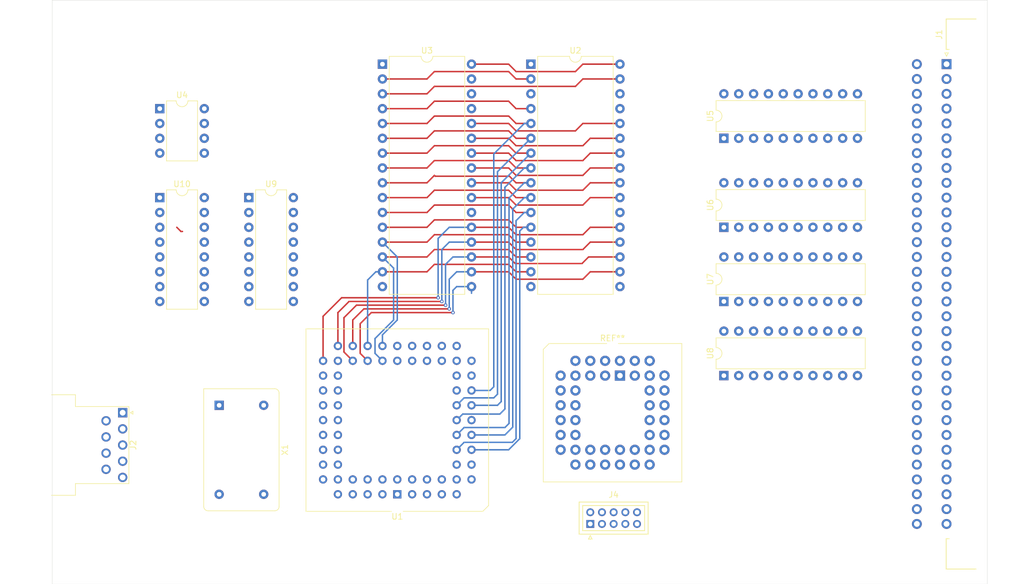
<source format=kicad_pcb>
(kicad_pcb (version 20171130) (host pcbnew "(5.1.4)-1")

  (general
    (thickness 1.6)
    (drawings 6)
    (tracks 226)
    (zones 0)
    (modules 15)
    (nets 203)
  )

  (page A4)
  (layers
    (0 F.Cu signal)
    (31 B.Cu signal)
    (32 B.Adhes user)
    (33 F.Adhes user)
    (34 B.Paste user)
    (35 F.Paste user)
    (36 B.SilkS user)
    (37 F.SilkS user)
    (38 B.Mask user)
    (39 F.Mask user)
    (40 Dwgs.User user)
    (41 Cmts.User user)
    (42 Eco1.User user)
    (43 Eco2.User user)
    (44 Edge.Cuts user)
    (45 Margin user)
    (46 B.CrtYd user)
    (47 F.CrtYd user)
    (48 B.Fab user)
    (49 F.Fab user)
  )

  (setup
    (last_trace_width 0.25)
    (trace_clearance 0.2)
    (zone_clearance 0.508)
    (zone_45_only no)
    (trace_min 0.2)
    (via_size 0.8)
    (via_drill 0.4)
    (via_min_size 0.4)
    (via_min_drill 0.3)
    (user_via 0.6 0.3)
    (uvia_size 0.3)
    (uvia_drill 0.1)
    (uvias_allowed no)
    (uvia_min_size 0.2)
    (uvia_min_drill 0.1)
    (edge_width 0.05)
    (segment_width 0.2)
    (pcb_text_width 0.3)
    (pcb_text_size 1.5 1.5)
    (mod_edge_width 0.12)
    (mod_text_size 1 1)
    (mod_text_width 0.15)
    (pad_size 1.524 1.524)
    (pad_drill 0.762)
    (pad_to_mask_clearance 0.051)
    (solder_mask_min_width 0.25)
    (aux_axis_origin 0 0)
    (visible_elements 7FFFFFFF)
    (pcbplotparams
      (layerselection 0x010fc_ffffffff)
      (usegerberextensions false)
      (usegerberattributes false)
      (usegerberadvancedattributes false)
      (creategerberjobfile false)
      (excludeedgelayer true)
      (linewidth 0.100000)
      (plotframeref false)
      (viasonmask false)
      (mode 1)
      (useauxorigin false)
      (hpglpennumber 1)
      (hpglpenspeed 20)
      (hpglpendiameter 15.000000)
      (psnegative false)
      (psa4output false)
      (plotreference true)
      (plotvalue true)
      (plotinvisibletext false)
      (padsonsilk false)
      (subtractmaskfromsilk false)
      (outputformat 1)
      (mirror false)
      (drillshape 1)
      (scaleselection 1)
      (outputdirectory ""))
  )

  (net 0 "")
  (net 1 "Net-(U1-Pad4)")
  (net 2 "Net-(U1-Pad8)")
  (net 3 "Net-(U1-Pad68)")
  (net 4 "Net-(U1-Pad64)")
  (net 5 "Net-(U1-Pad3)")
  (net 6 "Net-(U1-Pad9)")
  (net 7 "Net-(U1-Pad11)")
  (net 8 "Net-(U1-Pad13)")
  (net 9 "Net-(U1-Pad10)")
  (net 10 "Net-(U1-Pad12)")
  (net 11 "Net-(U1-Pad55)")
  (net 12 "Net-(U1-Pad57)")
  (net 13 "Net-(U1-Pad59)")
  (net 14 "Net-(U1-Pad61)")
  (net 15 "Net-(U1-Pad50)")
  (net 16 "Net-(U1-Pad54)")
  (net 17 "Net-(U1-Pad56)")
  (net 18 "Net-(U1-Pad58)")
  (net 19 "Net-(U1-Pad60)")
  (net 20 GND)
  (net 21 +5V)
  (net 22 "Net-(U1-Pad52)")
  (net 23 "Net-(U4-Pad8)")
  (net 24 "Net-(U5-Pad19)")
  (net 25 "Net-(U5-Pad1)")
  (net 26 "Net-(U6-Pad1)")
  (net 27 "Net-(U6-Pad19)")
  (net 28 "Net-(U6-Pad10)")
  (net 29 "Net-(U6-Pad20)")
  (net 30 "Net-(U7-Pad20)")
  (net 31 "Net-(U7-Pad10)")
  (net 32 "Net-(U7-Pad19)")
  (net 33 "Net-(U7-Pad1)")
  (net 34 "Net-(U8-Pad1)")
  (net 35 "Net-(U8-Pad11)")
  (net 36 "Net-(U8-Pad12)")
  (net 37 "Net-(U8-Pad13)")
  (net 38 "Net-(U8-Pad14)")
  (net 39 "Net-(U8-Pad6)")
  (net 40 "Net-(U8-Pad7)")
  (net 41 "Net-(U8-Pad8)")
  (net 42 "Net-(U8-Pad9)")
  (net 43 "Net-(U8-Pad19)")
  (net 44 "Net-(U8-Pad10)")
  (net 45 "Net-(U8-Pad20)")
  (net 46 "Net-(J2-Pad1)")
  (net 47 "Net-(J2-Pad2)")
  (net 48 "Net-(J2-Pad3)")
  (net 49 "Net-(J2-Pad4)")
  (net 50 "Net-(J2-Pad5)")
  (net 51 "Net-(J2-Pad6)")
  (net 52 "Net-(J2-Pad7)")
  (net 53 "Net-(J2-Pad8)")
  (net 54 "Net-(J2-Pad9)")
  (net 55 "Net-(U9-Pad1)")
  (net 56 "Net-(U9-Pad9)")
  (net 57 "Net-(U9-Pad2)")
  (net 58 "Net-(U9-Pad10)")
  (net 59 "Net-(U9-Pad3)")
  (net 60 "Net-(U9-Pad11)")
  (net 61 "Net-(U9-Pad4)")
  (net 62 "Net-(U9-Pad12)")
  (net 63 "Net-(U9-Pad5)")
  (net 64 "Net-(U9-Pad13)")
  (net 65 "Net-(U9-Pad6)")
  (net 66 "Net-(U9-Pad14)")
  (net 67 "Net-(U9-Pad7)")
  (net 68 "Net-(U9-Pad15)")
  (net 69 "Net-(U9-Pad8)")
  (net 70 "Net-(U9-Pad16)")
  (net 71 "Net-(X1-Pad1)")
  (net 72 /~BUSACK~)
  (net 73 /~WR~)
  (net 74 /~IORQ~)
  (net 75 /~WAIT~)
  (net 76 /~BUSREQ~)
  (net 77 /~RD~)
  (net 78 /~M1~)
  (net 79 /~MREQ~)
  (net 80 /A13)
  (net 81 /RTS1)
  (net 82 /DCD1)
  (net 83 /RX1)
  (net 84 /TX2)
  (net 85 /RX2)
  (net 86 /CTS1)
  (net 87 /TX1)
  (net 88 /~CSRAM~)
  (net 89 /~CSROM~)
  (net 90 "Net-(U4-Pad4)")
  (net 91 "Net-(U4-Pad7)")
  (net 92 "Net-(U4-Pad3)")
  (net 93 "Net-(U4-Pad6)")
  (net 94 "Net-(U4-Pad2)")
  (net 95 "Net-(U4-Pad5)")
  (net 96 "Net-(U4-Pad1)")
  (net 97 "Net-(U10-Pad1)")
  (net 98 "Net-(U10-Pad9)")
  (net 99 "Net-(U10-Pad2)")
  (net 100 "Net-(U10-Pad10)")
  (net 101 "Net-(U10-Pad3)")
  (net 102 "Net-(U10-Pad11)")
  (net 103 "Net-(U10-Pad4)")
  (net 104 "Net-(U10-Pad12)")
  (net 105 "Net-(U10-Pad5)")
  (net 106 "Net-(U10-Pad13)")
  (net 107 "Net-(U10-Pad6)")
  (net 108 "Net-(U10-Pad14)")
  (net 109 "Net-(U10-Pad7)")
  (net 110 "Net-(U10-Pad15)")
  (net 111 "Net-(U10-Pad8)")
  (net 112 "Net-(U10-Pad16)")
  (net 113 /bus-z180/BUS_D0)
  (net 114 /bus-z180/BUS_D1)
  (net 115 /bus-z180/BUS_D2)
  (net 116 /bus-z180/BUS_D3)
  (net 117 /bus-z180/BUS_D4)
  (net 118 /bus-z180/BUS_D5)
  (net 119 /bus-z180/BUS_D6)
  (net 120 /bus-z180/BUS_D7)
  (net 121 /bus-z180/CM0)
  (net 122 /bus-z180/CM2)
  (net 123 /bus-z180/CM1)
  (net 124 /bus-z180/~ADRSTB~)
  (net 125 /bus-z180/~DATACK~)
  (net 126 /bus-z180/~DATASTB~)
  (net 127 /bus-z180/~TRFERR~)
  (net 128 /bus-z180/~ATNRQ0~)
  (net 129 /bus-z180/~SYSRST~)
  (net 130 /bus-z180/~ATNRQ2~)
  (net 131 /bus-z180/~ATNRQ1~)
  (net 132 /bus-z180/~ATNRQ4~)
  (net 133 /bus-z180/~ATNRQ3)
  (net 134 /bus-z180/~)
  (net 135 /bus-z180/~ATNRQ5~)
  (net 136 /bus-z180/~ATNRQ7~)
  (net 137 /bus-z180/~BUSRQ0~)
  (net 138 /bus-z180/~BUSRQ1~)
  (net 139 /bus-z180/~BUSAK0~)
  (net 140 /bus-z180/~BUSAK1~)
  (net 141 /bus-z180/SYSCLK)
  (net 142 /bus-z180/VSTBY)
  (net 143 /bus-z180/-12V)
  (net 144 /bus-z180/+12V)
  (net 145 "Net-(J4-Pad10)")
  (net 146 "Net-(J4-Pad9)")
  (net 147 "Net-(J4-Pad8)")
  (net 148 "Net-(J4-Pad7)")
  (net 149 "Net-(J4-Pad6)")
  (net 150 "Net-(J4-Pad5)")
  (net 151 "Net-(J4-Pad4)")
  (net 152 "Net-(J4-Pad3)")
  (net 153 "Net-(J4-Pad2)")
  (net 154 "Net-(J4-Pad1)")
  (net 155 D1)
  (net 156 D3)
  (net 157 D5)
  (net 158 D7)
  (net 159 D0)
  (net 160 D2)
  (net 161 D4)
  (net 162 D6)
  (net 163 A1)
  (net 164 A3)
  (net 165 A4)
  (net 166 A6)
  (net 167 A8)
  (net 168 A10)
  (net 169 A0)
  (net 170 A2)
  (net 171 A5)
  (net 172 A7)
  (net 173 A9)
  (net 174 A11)
  (net 175 A13)
  (net 176 A15)
  (net 177 A17)
  (net 178 A12)
  (net 179 A14)
  (net 180 A16)
  (net 181 A18)
  (net 182 A19)
  (net 183 /bus-z180/BUS_A0)
  (net 184 /bus-z180/BUS_A2)
  (net 185 /bus-z180/BUS_A1)
  (net 186 /bus-z180/BUS_A4)
  (net 187 /bus-z180/BUS_A3)
  (net 188 /bus-z180/BUS_A6)
  (net 189 /bus-z180/BUS_A5)
  (net 190 /bus-z180/BUS_A8)
  (net 191 /bus-z180/BUS_A7)
  (net 192 /bus-z180/BUS_A10)
  (net 193 /bus-z180/BUS_A9)
  (net 194 /bus-z180/BUS_A12)
  (net 195 /bus-z180/BUS_A11)
  (net 196 /bus-z180/BUS_A14)
  (net 197 /bus-z180/BUS_A13)
  (net 198 /bus-z180/BUS_A16)
  (net 199 /bus-z180/BUS_A15)
  (net 200 /bus-z180/BUS_A18)
  (net 201 /bus-z180/BUS_A17)
  (net 202 /bus-z180/BUS_A19)

  (net_class Default "Ceci est la Netclass par défaut."
    (clearance 0.2)
    (trace_width 0.25)
    (via_dia 0.8)
    (via_drill 0.4)
    (uvia_dia 0.3)
    (uvia_drill 0.1)
    (add_net +5V)
    (add_net /A13)
    (add_net /CTS1)
    (add_net /DCD1)
    (add_net /RTS1)
    (add_net /RX1)
    (add_net /RX2)
    (add_net /TX1)
    (add_net /TX2)
    (add_net /bus-z180/+12V)
    (add_net /bus-z180/-12V)
    (add_net /bus-z180/BUS_A0)
    (add_net /bus-z180/BUS_A1)
    (add_net /bus-z180/BUS_A10)
    (add_net /bus-z180/BUS_A11)
    (add_net /bus-z180/BUS_A12)
    (add_net /bus-z180/BUS_A13)
    (add_net /bus-z180/BUS_A14)
    (add_net /bus-z180/BUS_A15)
    (add_net /bus-z180/BUS_A16)
    (add_net /bus-z180/BUS_A17)
    (add_net /bus-z180/BUS_A18)
    (add_net /bus-z180/BUS_A19)
    (add_net /bus-z180/BUS_A2)
    (add_net /bus-z180/BUS_A3)
    (add_net /bus-z180/BUS_A4)
    (add_net /bus-z180/BUS_A5)
    (add_net /bus-z180/BUS_A6)
    (add_net /bus-z180/BUS_A7)
    (add_net /bus-z180/BUS_A8)
    (add_net /bus-z180/BUS_A9)
    (add_net /bus-z180/BUS_D0)
    (add_net /bus-z180/BUS_D1)
    (add_net /bus-z180/BUS_D2)
    (add_net /bus-z180/BUS_D3)
    (add_net /bus-z180/BUS_D4)
    (add_net /bus-z180/BUS_D5)
    (add_net /bus-z180/BUS_D6)
    (add_net /bus-z180/BUS_D7)
    (add_net /bus-z180/CM0)
    (add_net /bus-z180/CM1)
    (add_net /bus-z180/CM2)
    (add_net /bus-z180/SYSCLK)
    (add_net /bus-z180/VSTBY)
    (add_net /bus-z180/~)
    (add_net /bus-z180/~ADRSTB~)
    (add_net /bus-z180/~ATNRQ0~)
    (add_net /bus-z180/~ATNRQ1~)
    (add_net /bus-z180/~ATNRQ2~)
    (add_net /bus-z180/~ATNRQ3)
    (add_net /bus-z180/~ATNRQ4~)
    (add_net /bus-z180/~ATNRQ5~)
    (add_net /bus-z180/~ATNRQ7~)
    (add_net /bus-z180/~BUSAK0~)
    (add_net /bus-z180/~BUSAK1~)
    (add_net /bus-z180/~BUSRQ0~)
    (add_net /bus-z180/~BUSRQ1~)
    (add_net /bus-z180/~DATACK~)
    (add_net /bus-z180/~DATASTB~)
    (add_net /bus-z180/~SYSRST~)
    (add_net /bus-z180/~TRFERR~)
    (add_net /~BUSACK~)
    (add_net /~BUSREQ~)
    (add_net /~CSRAM~)
    (add_net /~CSROM~)
    (add_net /~IORQ~)
    (add_net /~M1~)
    (add_net /~MREQ~)
    (add_net /~RD~)
    (add_net /~WAIT~)
    (add_net /~WR~)
    (add_net A0)
    (add_net A1)
    (add_net A10)
    (add_net A11)
    (add_net A12)
    (add_net A13)
    (add_net A14)
    (add_net A15)
    (add_net A16)
    (add_net A17)
    (add_net A18)
    (add_net A19)
    (add_net A2)
    (add_net A3)
    (add_net A4)
    (add_net A5)
    (add_net A6)
    (add_net A7)
    (add_net A8)
    (add_net A9)
    (add_net D0)
    (add_net D1)
    (add_net D2)
    (add_net D3)
    (add_net D4)
    (add_net D5)
    (add_net D6)
    (add_net D7)
    (add_net GND)
    (add_net "Net-(J2-Pad1)")
    (add_net "Net-(J2-Pad2)")
    (add_net "Net-(J2-Pad3)")
    (add_net "Net-(J2-Pad4)")
    (add_net "Net-(J2-Pad5)")
    (add_net "Net-(J2-Pad6)")
    (add_net "Net-(J2-Pad7)")
    (add_net "Net-(J2-Pad8)")
    (add_net "Net-(J2-Pad9)")
    (add_net "Net-(J4-Pad1)")
    (add_net "Net-(J4-Pad10)")
    (add_net "Net-(J4-Pad2)")
    (add_net "Net-(J4-Pad3)")
    (add_net "Net-(J4-Pad4)")
    (add_net "Net-(J4-Pad5)")
    (add_net "Net-(J4-Pad6)")
    (add_net "Net-(J4-Pad7)")
    (add_net "Net-(J4-Pad8)")
    (add_net "Net-(J4-Pad9)")
    (add_net "Net-(U1-Pad10)")
    (add_net "Net-(U1-Pad11)")
    (add_net "Net-(U1-Pad12)")
    (add_net "Net-(U1-Pad13)")
    (add_net "Net-(U1-Pad3)")
    (add_net "Net-(U1-Pad4)")
    (add_net "Net-(U1-Pad50)")
    (add_net "Net-(U1-Pad52)")
    (add_net "Net-(U1-Pad54)")
    (add_net "Net-(U1-Pad55)")
    (add_net "Net-(U1-Pad56)")
    (add_net "Net-(U1-Pad57)")
    (add_net "Net-(U1-Pad58)")
    (add_net "Net-(U1-Pad59)")
    (add_net "Net-(U1-Pad60)")
    (add_net "Net-(U1-Pad61)")
    (add_net "Net-(U1-Pad64)")
    (add_net "Net-(U1-Pad68)")
    (add_net "Net-(U1-Pad8)")
    (add_net "Net-(U1-Pad9)")
    (add_net "Net-(U10-Pad1)")
    (add_net "Net-(U10-Pad10)")
    (add_net "Net-(U10-Pad11)")
    (add_net "Net-(U10-Pad12)")
    (add_net "Net-(U10-Pad13)")
    (add_net "Net-(U10-Pad14)")
    (add_net "Net-(U10-Pad15)")
    (add_net "Net-(U10-Pad16)")
    (add_net "Net-(U10-Pad2)")
    (add_net "Net-(U10-Pad3)")
    (add_net "Net-(U10-Pad4)")
    (add_net "Net-(U10-Pad5)")
    (add_net "Net-(U10-Pad6)")
    (add_net "Net-(U10-Pad7)")
    (add_net "Net-(U10-Pad8)")
    (add_net "Net-(U10-Pad9)")
    (add_net "Net-(U4-Pad1)")
    (add_net "Net-(U4-Pad2)")
    (add_net "Net-(U4-Pad3)")
    (add_net "Net-(U4-Pad4)")
    (add_net "Net-(U4-Pad5)")
    (add_net "Net-(U4-Pad6)")
    (add_net "Net-(U4-Pad7)")
    (add_net "Net-(U4-Pad8)")
    (add_net "Net-(U5-Pad1)")
    (add_net "Net-(U5-Pad19)")
    (add_net "Net-(U6-Pad1)")
    (add_net "Net-(U6-Pad10)")
    (add_net "Net-(U6-Pad19)")
    (add_net "Net-(U6-Pad20)")
    (add_net "Net-(U7-Pad1)")
    (add_net "Net-(U7-Pad10)")
    (add_net "Net-(U7-Pad19)")
    (add_net "Net-(U7-Pad20)")
    (add_net "Net-(U8-Pad1)")
    (add_net "Net-(U8-Pad10)")
    (add_net "Net-(U8-Pad11)")
    (add_net "Net-(U8-Pad12)")
    (add_net "Net-(U8-Pad13)")
    (add_net "Net-(U8-Pad14)")
    (add_net "Net-(U8-Pad19)")
    (add_net "Net-(U8-Pad20)")
    (add_net "Net-(U8-Pad6)")
    (add_net "Net-(U8-Pad7)")
    (add_net "Net-(U8-Pad8)")
    (add_net "Net-(U8-Pad9)")
    (add_net "Net-(U9-Pad1)")
    (add_net "Net-(U9-Pad10)")
    (add_net "Net-(U9-Pad11)")
    (add_net "Net-(U9-Pad12)")
    (add_net "Net-(U9-Pad13)")
    (add_net "Net-(U9-Pad14)")
    (add_net "Net-(U9-Pad15)")
    (add_net "Net-(U9-Pad16)")
    (add_net "Net-(U9-Pad2)")
    (add_net "Net-(U9-Pad3)")
    (add_net "Net-(U9-Pad4)")
    (add_net "Net-(U9-Pad5)")
    (add_net "Net-(U9-Pad6)")
    (add_net "Net-(U9-Pad7)")
    (add_net "Net-(U9-Pad8)")
    (add_net "Net-(U9-Pad9)")
    (add_net "Net-(X1-Pad1)")
  )

  (module Housings_LCC:PLCC-44_THT-Socket (layer F.Cu) (tedit 58FB5F08) (tstamp 5DC32F5E)
    (at 137.16 114.3)
    (descr "PLCC, 44 pins, through hole")
    (tags "plcc leaded")
    (fp_text reference REF** (at -1.27 -6.4) (layer F.SilkS)
      (effects (font (size 1 1) (thickness 0.15)))
    )
    (fp_text value PLCC-44_THT-Socket (at -1.27 19.1) (layer F.Fab)
      (effects (font (size 1 1) (thickness 0.15)))
    )
    (fp_line (start -12.02 -5.4) (end -13.02 -4.4) (layer F.Fab) (width 0.1))
    (fp_line (start -13.02 -4.4) (end -13.02 18.1) (layer F.Fab) (width 0.1))
    (fp_line (start -13.02 18.1) (end 10.48 18.1) (layer F.Fab) (width 0.1))
    (fp_line (start 10.48 18.1) (end 10.48 -5.4) (layer F.Fab) (width 0.1))
    (fp_line (start 10.48 -5.4) (end -12.02 -5.4) (layer F.Fab) (width 0.1))
    (fp_line (start -13.52 -5.9) (end -13.52 18.6) (layer F.CrtYd) (width 0.05))
    (fp_line (start -13.52 18.6) (end 10.98 18.6) (layer F.CrtYd) (width 0.05))
    (fp_line (start 10.98 18.6) (end 10.98 -5.9) (layer F.CrtYd) (width 0.05))
    (fp_line (start 10.98 -5.9) (end -13.52 -5.9) (layer F.CrtYd) (width 0.05))
    (fp_line (start -10.48 -2.86) (end -10.48 15.56) (layer F.Fab) (width 0.1))
    (fp_line (start -10.48 15.56) (end 7.94 15.56) (layer F.Fab) (width 0.1))
    (fp_line (start 7.94 15.56) (end 7.94 -2.86) (layer F.Fab) (width 0.1))
    (fp_line (start 7.94 -2.86) (end -10.48 -2.86) (layer F.Fab) (width 0.1))
    (fp_line (start -1.77 -5.4) (end -1.27 -4.4) (layer F.Fab) (width 0.1))
    (fp_line (start -1.27 -4.4) (end -0.77 -5.4) (layer F.Fab) (width 0.1))
    (fp_line (start -2.27 -5.5) (end -12.12 -5.5) (layer F.SilkS) (width 0.12))
    (fp_line (start -12.12 -5.5) (end -13.12 -4.5) (layer F.SilkS) (width 0.12))
    (fp_line (start -13.12 -4.5) (end -13.12 18.2) (layer F.SilkS) (width 0.12))
    (fp_line (start -13.12 18.2) (end 10.58 18.2) (layer F.SilkS) (width 0.12))
    (fp_line (start 10.58 18.2) (end 10.58 -5.5) (layer F.SilkS) (width 0.12))
    (fp_line (start 10.58 -5.5) (end -0.27 -5.5) (layer F.SilkS) (width 0.12))
    (fp_text user %R (at -1.27 6.35) (layer F.Fab)
      (effects (font (size 1 1) (thickness 0.15)))
    )
    (pad 1 thru_hole rect (at 0 0) (size 1.75 1.75) (drill 0.95) (layers *.Cu *.Mask))
    (pad 3 thru_hole circle (at -2.54 0) (size 1.75 1.75) (drill 0.95) (layers *.Cu *.Mask))
    (pad 5 thru_hole circle (at -5.08 0) (size 1.75 1.75) (drill 0.95) (layers *.Cu *.Mask))
    (pad 43 thru_hole circle (at 2.54 0) (size 1.75 1.75) (drill 0.95) (layers *.Cu *.Mask))
    (pad 41 thru_hole circle (at 5.08 0) (size 1.75 1.75) (drill 0.95) (layers *.Cu *.Mask))
    (pad 39 thru_hole circle (at 7.62 0) (size 1.75 1.75) (drill 0.95) (layers *.Cu *.Mask))
    (pad 2 thru_hole circle (at -2.54 -2.54) (size 1.75 1.75) (drill 0.95) (layers *.Cu *.Mask))
    (pad 4 thru_hole circle (at -5.08 -2.54) (size 1.75 1.75) (drill 0.95) (layers *.Cu *.Mask))
    (pad 6 thru_hole circle (at -7.62 -2.54) (size 1.75 1.75) (drill 0.95) (layers *.Cu *.Mask))
    (pad 44 thru_hole circle (at 0 -2.54) (size 1.75 1.75) (drill 0.95) (layers *.Cu *.Mask))
    (pad 42 thru_hole circle (at 2.54 -2.54) (size 1.75 1.75) (drill 0.95) (layers *.Cu *.Mask))
    (pad 40 thru_hole circle (at 5.08 -2.54) (size 1.75 1.75) (drill 0.95) (layers *.Cu *.Mask))
    (pad 8 thru_hole circle (at -7.62 0) (size 1.75 1.75) (drill 0.95) (layers *.Cu *.Mask))
    (pad 10 thru_hole circle (at -7.62 2.54) (size 1.75 1.75) (drill 0.95) (layers *.Cu *.Mask))
    (pad 12 thru_hole circle (at -7.62 5.08) (size 1.75 1.75) (drill 0.95) (layers *.Cu *.Mask))
    (pad 14 thru_hole circle (at -7.62 7.62) (size 1.75 1.75) (drill 0.95) (layers *.Cu *.Mask))
    (pad 16 thru_hole circle (at -7.62 10.16) (size 1.75 1.75) (drill 0.95) (layers *.Cu *.Mask))
    (pad 7 thru_hole circle (at -10.16 0) (size 1.75 1.75) (drill 0.95) (layers *.Cu *.Mask))
    (pad 9 thru_hole circle (at -10.16 2.54) (size 1.75 1.75) (drill 0.95) (layers *.Cu *.Mask))
    (pad 11 thru_hole circle (at -10.16 5.08) (size 1.75 1.75) (drill 0.95) (layers *.Cu *.Mask))
    (pad 13 thru_hole circle (at -10.16 7.62) (size 1.75 1.75) (drill 0.95) (layers *.Cu *.Mask))
    (pad 15 thru_hole circle (at -10.16 10.16) (size 1.75 1.75) (drill 0.95) (layers *.Cu *.Mask))
    (pad 17 thru_hole circle (at -10.16 12.7) (size 1.75 1.75) (drill 0.95) (layers *.Cu *.Mask))
    (pad 19 thru_hole circle (at -7.62 12.7) (size 1.75 1.75) (drill 0.95) (layers *.Cu *.Mask))
    (pad 21 thru_hole circle (at -5.08 12.7) (size 1.75 1.75) (drill 0.95) (layers *.Cu *.Mask))
    (pad 23 thru_hole circle (at -2.54 12.7) (size 1.75 1.75) (drill 0.95) (layers *.Cu *.Mask))
    (pad 25 thru_hole circle (at 0 12.7) (size 1.75 1.75) (drill 0.95) (layers *.Cu *.Mask))
    (pad 27 thru_hole circle (at 2.54 12.7) (size 1.75 1.75) (drill 0.95) (layers *.Cu *.Mask))
    (pad 29 thru_hole circle (at 5.08 12.7) (size 1.75 1.75) (drill 0.95) (layers *.Cu *.Mask))
    (pad 18 thru_hole circle (at -7.62 15.24) (size 1.75 1.75) (drill 0.95) (layers *.Cu *.Mask))
    (pad 20 thru_hole circle (at -5.08 15.24) (size 1.75 1.75) (drill 0.95) (layers *.Cu *.Mask))
    (pad 22 thru_hole circle (at -2.54 15.24) (size 1.75 1.75) (drill 0.95) (layers *.Cu *.Mask))
    (pad 24 thru_hole circle (at 0 15.24) (size 1.75 1.75) (drill 0.95) (layers *.Cu *.Mask))
    (pad 26 thru_hole circle (at 2.54 15.24) (size 1.75 1.75) (drill 0.95) (layers *.Cu *.Mask))
    (pad 28 thru_hole circle (at 5.08 15.24) (size 1.75 1.75) (drill 0.95) (layers *.Cu *.Mask))
    (pad 30 thru_hole circle (at 5.08 10.16) (size 1.75 1.75) (drill 0.95) (layers *.Cu *.Mask))
    (pad 32 thru_hole circle (at 5.08 7.62) (size 1.75 1.75) (drill 0.95) (layers *.Cu *.Mask))
    (pad 34 thru_hole circle (at 5.08 5.08) (size 1.75 1.75) (drill 0.95) (layers *.Cu *.Mask))
    (pad 36 thru_hole circle (at 5.08 2.54) (size 1.75 1.75) (drill 0.95) (layers *.Cu *.Mask))
    (pad 38 thru_hole circle (at 5.08 0) (size 1.75 1.75) (drill 0.95) (layers *.Cu *.Mask))
    (pad 40 thru_hole circle (at 5.08 -2.54) (size 1.75 1.75) (drill 0.95) (layers *.Cu *.Mask))
    (pad 29 thru_hole circle (at 7.62 12.7) (size 1.75 1.75) (drill 0.95) (layers *.Cu *.Mask))
    (pad 31 thru_hole circle (at 7.62 10.16) (size 1.75 1.75) (drill 0.95) (layers *.Cu *.Mask))
    (pad 33 thru_hole circle (at 7.62 7.62) (size 1.75 1.75) (drill 0.95) (layers *.Cu *.Mask))
    (pad 35 thru_hole circle (at 7.62 5.08) (size 1.75 1.75) (drill 0.95) (layers *.Cu *.Mask))
    (pad 37 thru_hole circle (at 7.62 2.54) (size 1.75 1.75) (drill 0.95) (layers *.Cu *.Mask))
    (pad 39 thru_hole circle (at 7.62 0) (size 1.75 1.75) (drill 0.95) (layers *.Cu *.Mask))
    (model ${KISYS3DMOD}/Housings_LCC.3dshapes/PLCC-44_THT-Socket.wrl
      (at (xyz 0 0 0))
      (scale (xyz 1 1 1))
      (rotate (xyz 0 0 0))
    )
  )

  (module Package_LCC:PLCC-68_THT-Socket (layer F.Cu) (tedit 5A02ECC8) (tstamp 5DC33C67)
    (at 99.06 134.62 180)
    (descr "PLCC, 68 pins, through hole")
    (tags "plcc leaded")
    (path /5D93C9FF)
    (fp_text reference U1 (at 0 -3.825) (layer F.SilkS)
      (effects (font (size 1 1) (thickness 0.15)))
    )
    (fp_text value Z8S180CPU (at 0 29.225) (layer F.Fab)
      (effects (font (size 1 1) (thickness 0.15)))
    )
    (fp_line (start -14.525 -2.825) (end -15.525 -1.825) (layer F.Fab) (width 0.1))
    (fp_line (start -15.525 -1.825) (end -15.525 28.225) (layer F.Fab) (width 0.1))
    (fp_line (start -15.525 28.225) (end 15.525 28.225) (layer F.Fab) (width 0.1))
    (fp_line (start 15.525 28.225) (end 15.525 -2.825) (layer F.Fab) (width 0.1))
    (fp_line (start 15.525 -2.825) (end -14.525 -2.825) (layer F.Fab) (width 0.1))
    (fp_line (start -16 -3.3) (end -16 28.7) (layer F.CrtYd) (width 0.05))
    (fp_line (start -16 28.7) (end 16 28.7) (layer F.CrtYd) (width 0.05))
    (fp_line (start 16 28.7) (end 16 -3.3) (layer F.CrtYd) (width 0.05))
    (fp_line (start 16 -3.3) (end -16 -3.3) (layer F.CrtYd) (width 0.05))
    (fp_line (start -12.985 -0.285) (end -12.985 25.685) (layer F.Fab) (width 0.1))
    (fp_line (start -12.985 25.685) (end 12.985 25.685) (layer F.Fab) (width 0.1))
    (fp_line (start 12.985 25.685) (end 12.985 -0.285) (layer F.Fab) (width 0.1))
    (fp_line (start 12.985 -0.285) (end -12.985 -0.285) (layer F.Fab) (width 0.1))
    (fp_line (start -0.5 -2.825) (end 0 -1.825) (layer F.Fab) (width 0.1))
    (fp_line (start 0 -1.825) (end 0.5 -2.825) (layer F.Fab) (width 0.1))
    (fp_line (start -1 -2.925) (end -14.625 -2.925) (layer F.SilkS) (width 0.12))
    (fp_line (start -14.625 -2.925) (end -15.625 -1.925) (layer F.SilkS) (width 0.12))
    (fp_line (start -15.625 -1.925) (end -15.625 28.325) (layer F.SilkS) (width 0.12))
    (fp_line (start -15.625 28.325) (end 15.625 28.325) (layer F.SilkS) (width 0.12))
    (fp_line (start 15.625 28.325) (end 15.625 -2.925) (layer F.SilkS) (width 0.12))
    (fp_line (start 15.625 -2.925) (end 1 -2.925) (layer F.SilkS) (width 0.12))
    (fp_text user %R (at 0 12.7) (layer F.Fab)
      (effects (font (size 1 1) (thickness 0.15)))
    )
    (pad 2 thru_hole circle (at 0 2.54 180) (size 1.4224 1.4224) (drill 0.8) (layers *.Cu *.Mask)
      (net 20 GND))
    (pad 4 thru_hole circle (at -2.54 2.54 180) (size 1.4224 1.4224) (drill 0.8) (layers *.Cu *.Mask)
      (net 1 "Net-(U1-Pad4)"))
    (pad 6 thru_hole circle (at -5.08 2.54 180) (size 1.4224 1.4224) (drill 0.8) (layers *.Cu *.Mask)
      (net 72 /~BUSACK~))
    (pad 8 thru_hole circle (at -7.62 2.54 180) (size 1.4224 1.4224) (drill 0.8) (layers *.Cu *.Mask)
      (net 2 "Net-(U1-Pad8)"))
    (pad 68 thru_hole circle (at 2.54 2.54 180) (size 1.4224 1.4224) (drill 0.8) (layers *.Cu *.Mask)
      (net 3 "Net-(U1-Pad68)"))
    (pad 66 thru_hole circle (at 5.08 2.54 180) (size 1.4224 1.4224) (drill 0.8) (layers *.Cu *.Mask)
      (net 73 /~WR~))
    (pad 64 thru_hole circle (at 7.62 2.54 180) (size 1.4224 1.4224) (drill 0.8) (layers *.Cu *.Mask)
      (net 4 "Net-(U1-Pad64)"))
    (pad 62 thru_hole circle (at 10.16 2.54 180) (size 1.4224 1.4224) (drill 0.8) (layers *.Cu *.Mask)
      (net 74 /~IORQ~))
    (pad 1 thru_hole rect (at 0 0 180) (size 1.4224 1.4224) (drill 0.8) (layers *.Cu *.Mask)
      (net 20 GND))
    (pad 3 thru_hole circle (at -2.54 0 180) (size 1.4224 1.4224) (drill 0.8) (layers *.Cu *.Mask)
      (net 5 "Net-(U1-Pad3)"))
    (pad 5 thru_hole circle (at -5.08 0 180) (size 1.4224 1.4224) (drill 0.8) (layers *.Cu *.Mask)
      (net 75 /~WAIT~))
    (pad 7 thru_hole circle (at -7.62 0 180) (size 1.4224 1.4224) (drill 0.8) (layers *.Cu *.Mask)
      (net 76 /~BUSREQ~))
    (pad 9 thru_hole circle (at -10.16 0 180) (size 1.4224 1.4224) (drill 0.8) (layers *.Cu *.Mask)
      (net 6 "Net-(U1-Pad9)"))
    (pad 67 thru_hole circle (at 2.54 0 180) (size 1.4224 1.4224) (drill 0.8) (layers *.Cu *.Mask)
      (net 77 /~RD~))
    (pad 65 thru_hole circle (at 5.08 0 180) (size 1.4224 1.4224) (drill 0.8) (layers *.Cu *.Mask)
      (net 78 /~M1~))
    (pad 63 thru_hole circle (at 7.62 0 180) (size 1.4224 1.4224) (drill 0.8) (layers *.Cu *.Mask)
      (net 79 /~MREQ~))
    (pad 11 thru_hole circle (at -10.16 2.54 180) (size 1.4224 1.4224) (drill 0.8) (layers *.Cu *.Mask)
      (net 7 "Net-(U1-Pad11)"))
    (pad 13 thru_hole circle (at -10.16 5.08 180) (size 1.4224 1.4224) (drill 0.8) (layers *.Cu *.Mask)
      (net 8 "Net-(U1-Pad13)"))
    (pad 15 thru_hole circle (at -10.16 7.62 180) (size 1.4224 1.4224) (drill 0.8) (layers *.Cu *.Mask)
      (net 163 A1))
    (pad 17 thru_hole circle (at -10.16 10.16 180) (size 1.4224 1.4224) (drill 0.8) (layers *.Cu *.Mask)
      (net 164 A3))
    (pad 19 thru_hole circle (at -10.16 12.7 180) (size 1.4224 1.4224) (drill 0.8) (layers *.Cu *.Mask)
      (net 165 A4))
    (pad 21 thru_hole circle (at -10.16 15.24 180) (size 1.4224 1.4224) (drill 0.8) (layers *.Cu *.Mask)
      (net 166 A6))
    (pad 23 thru_hole circle (at -10.16 17.78 180) (size 1.4224 1.4224) (drill 0.8) (layers *.Cu *.Mask)
      (net 167 A8))
    (pad 25 thru_hole circle (at -10.16 20.32 180) (size 1.4224 1.4224) (drill 0.8) (layers *.Cu *.Mask)
      (net 168 A10))
    (pad 10 thru_hole circle (at -12.7 2.54 180) (size 1.4224 1.4224) (drill 0.8) (layers *.Cu *.Mask)
      (net 9 "Net-(U1-Pad10)"))
    (pad 12 thru_hole circle (at -12.7 5.08 180) (size 1.4224 1.4224) (drill 0.8) (layers *.Cu *.Mask)
      (net 10 "Net-(U1-Pad12)"))
    (pad 14 thru_hole circle (at -12.7 7.62 180) (size 1.4224 1.4224) (drill 0.8) (layers *.Cu *.Mask)
      (net 169 A0))
    (pad 16 thru_hole circle (at -12.7 10.16 180) (size 1.4224 1.4224) (drill 0.8) (layers *.Cu *.Mask)
      (net 170 A2))
    (pad 18 thru_hole circle (at -12.7 12.7 180) (size 1.4224 1.4224) (drill 0.8) (layers *.Cu *.Mask)
      (net 20 GND))
    (pad 20 thru_hole circle (at -12.7 15.24 180) (size 1.4224 1.4224) (drill 0.8) (layers *.Cu *.Mask)
      (net 171 A5))
    (pad 22 thru_hole circle (at -12.7 17.78 180) (size 1.4224 1.4224) (drill 0.8) (layers *.Cu *.Mask)
      (net 172 A7))
    (pad 24 thru_hole circle (at -12.7 20.32 180) (size 1.4224 1.4224) (drill 0.8) (layers *.Cu *.Mask)
      (net 173 A9))
    (pad 26 thru_hole circle (at -12.7 22.86 180) (size 1.4224 1.4224) (drill 0.8) (layers *.Cu *.Mask)
      (net 174 A11))
    (pad 28 thru_hole circle (at -10.16 22.86 180) (size 1.4224 1.4224) (drill 0.8) (layers *.Cu *.Mask)
      (net 175 A13))
    (pad 30 thru_hole circle (at -7.62 22.86 180) (size 1.4224 1.4224) (drill 0.8) (layers *.Cu *.Mask)
      (net 176 A15))
    (pad 32 thru_hole circle (at -5.08 22.86 180) (size 1.4224 1.4224) (drill 0.8) (layers *.Cu *.Mask)
      (net 177 A17))
    (pad 34 thru_hole circle (at -2.54 22.86 180) (size 1.4224 1.4224) (drill 0.8) (layers *.Cu *.Mask)
      (net 21 +5V))
    (pad 36 thru_hole circle (at 0 22.86 180) (size 1.4224 1.4224) (drill 0.8) (layers *.Cu *.Mask)
      (net 20 GND))
    (pad 38 thru_hole circle (at 2.54 22.86 180) (size 1.4224 1.4224) (drill 0.8) (layers *.Cu *.Mask)
      (net 155 D1))
    (pad 40 thru_hole circle (at 5.08 22.86 180) (size 1.4224 1.4224) (drill 0.8) (layers *.Cu *.Mask)
      (net 156 D3))
    (pad 42 thru_hole circle (at 7.62 22.86 180) (size 1.4224 1.4224) (drill 0.8) (layers *.Cu *.Mask)
      (net 157 D5))
    (pad 44 thru_hole circle (at 12.7 22.86 180) (size 1.4224 1.4224) (drill 0.8) (layers *.Cu *.Mask)
      (net 158 D7))
    (pad 27 thru_hole circle (at -10.16 25.4 180) (size 1.4224 1.4224) (drill 0.8) (layers *.Cu *.Mask)
      (net 178 A12))
    (pad 29 thru_hole circle (at -7.62 25.4 180) (size 1.4224 1.4224) (drill 0.8) (layers *.Cu *.Mask)
      (net 179 A14))
    (pad 31 thru_hole circle (at -5.08 25.4 180) (size 1.4224 1.4224) (drill 0.8) (layers *.Cu *.Mask)
      (net 180 A16))
    (pad 33 thru_hole circle (at -2.54 25.4 180) (size 1.4224 1.4224) (drill 0.8) (layers *.Cu *.Mask)
      (net 181 A18))
    (pad 35 thru_hole circle (at 0 25.4 180) (size 1.4224 1.4224) (drill 0.8) (layers *.Cu *.Mask)
      (net 182 A19))
    (pad 37 thru_hole circle (at 2.54 25.4 180) (size 1.4224 1.4224) (drill 0.8) (layers *.Cu *.Mask)
      (net 159 D0))
    (pad 39 thru_hole circle (at 5.08 25.4 180) (size 1.4224 1.4224) (drill 0.8) (layers *.Cu *.Mask)
      (net 160 D2))
    (pad 41 thru_hole circle (at 7.62 25.4 180) (size 1.4224 1.4224) (drill 0.8) (layers *.Cu *.Mask)
      (net 161 D4))
    (pad 43 thru_hole circle (at 10.16 25.4 180) (size 1.4224 1.4224) (drill 0.8) (layers *.Cu *.Mask)
      (net 162 D6))
    (pad 45 thru_hole circle (at 10.16 22.86 180) (size 1.4224 1.4224) (drill 0.8) (layers *.Cu *.Mask)
      (net 81 /RTS1))
    (pad 47 thru_hole circle (at 10.16 20.32 180) (size 1.4224 1.4224) (drill 0.8) (layers *.Cu *.Mask)
      (net 82 /DCD1))
    (pad 49 thru_hole circle (at 10.16 17.78 180) (size 1.4224 1.4224) (drill 0.8) (layers *.Cu *.Mask)
      (net 83 /RX1))
    (pad 51 thru_hole circle (at 10.16 15.24 180) (size 1.4224 1.4224) (drill 0.8) (layers *.Cu *.Mask)
      (net 84 /TX2))
    (pad 53 thru_hole circle (at 10.16 12.7 180) (size 1.4224 1.4224) (drill 0.8) (layers *.Cu *.Mask)
      (net 85 /RX2))
    (pad 55 thru_hole circle (at 10.16 10.16 180) (size 1.4224 1.4224) (drill 0.8) (layers *.Cu *.Mask)
      (net 11 "Net-(U1-Pad55)"))
    (pad 57 thru_hole circle (at 10.16 7.62 180) (size 1.4224 1.4224) (drill 0.8) (layers *.Cu *.Mask)
      (net 12 "Net-(U1-Pad57)"))
    (pad 59 thru_hole circle (at 10.16 5.08 180) (size 1.4224 1.4224) (drill 0.8) (layers *.Cu *.Mask)
      (net 13 "Net-(U1-Pad59)"))
    (pad 61 thru_hole circle (at 10.16 0 180) (size 1.4224 1.4224) (drill 0.8) (layers *.Cu *.Mask)
      (net 14 "Net-(U1-Pad61)"))
    (pad 46 thru_hole circle (at 12.7 20.32 180) (size 1.4224 1.4224) (drill 0.8) (layers *.Cu *.Mask)
      (net 86 /CTS1))
    (pad 48 thru_hole circle (at 12.7 17.78 180) (size 1.4224 1.4224) (drill 0.8) (layers *.Cu *.Mask)
      (net 87 /TX1))
    (pad 50 thru_hole circle (at 12.7 15.24 180) (size 1.4224 1.4224) (drill 0.8) (layers *.Cu *.Mask)
      (net 15 "Net-(U1-Pad50)"))
    (pad 52 thru_hole circle (at 12.7 12.7 180) (size 1.4224 1.4224) (drill 0.8) (layers *.Cu *.Mask)
      (net 22 "Net-(U1-Pad52)"))
    (pad 54 thru_hole circle (at 12.7 10.16 180) (size 1.4224 1.4224) (drill 0.8) (layers *.Cu *.Mask)
      (net 16 "Net-(U1-Pad54)"))
    (pad 56 thru_hole circle (at 12.7 7.62 180) (size 1.4224 1.4224) (drill 0.8) (layers *.Cu *.Mask)
      (net 17 "Net-(U1-Pad56)"))
    (pad 58 thru_hole circle (at 12.7 5.08 180) (size 1.4224 1.4224) (drill 0.8) (layers *.Cu *.Mask)
      (net 18 "Net-(U1-Pad58)"))
    (pad 60 thru_hole circle (at 12.7 2.54 180) (size 1.4224 1.4224) (drill 0.8) (layers *.Cu *.Mask)
      (net 19 "Net-(U1-Pad60)"))
    (model ${KISYS3DMOD}/Package_LCC.3dshapes/PLCC-68_THT-Socket.wrl
      (at (xyz 0 0 0))
      (scale (xyz 1 1 1))
      (rotate (xyz 0 0 0))
    )
  )

  (module Package_DIP:DIP-32_W15.24mm (layer F.Cu) (tedit 5A02E8C5) (tstamp 5DC3363C)
    (at 121.92 60.96)
    (descr "32-lead though-hole mounted DIP package, row spacing 15.24 mm (600 mils)")
    (tags "THT DIP DIL PDIP 2.54mm 15.24mm 600mil")
    (path /5D949A9D)
    (fp_text reference U2 (at 7.62 -2.33) (layer F.SilkS)
      (effects (font (size 1 1) (thickness 0.15)))
    )
    (fp_text value AS6C4008-55PCN (at 7.62 40.43) (layer F.Fab)
      (effects (font (size 1 1) (thickness 0.15)))
    )
    (fp_arc (start 7.62 -1.33) (end 6.62 -1.33) (angle -180) (layer F.SilkS) (width 0.12))
    (fp_line (start 1.255 -1.27) (end 14.985 -1.27) (layer F.Fab) (width 0.1))
    (fp_line (start 14.985 -1.27) (end 14.985 39.37) (layer F.Fab) (width 0.1))
    (fp_line (start 14.985 39.37) (end 0.255 39.37) (layer F.Fab) (width 0.1))
    (fp_line (start 0.255 39.37) (end 0.255 -0.27) (layer F.Fab) (width 0.1))
    (fp_line (start 0.255 -0.27) (end 1.255 -1.27) (layer F.Fab) (width 0.1))
    (fp_line (start 6.62 -1.33) (end 1.16 -1.33) (layer F.SilkS) (width 0.12))
    (fp_line (start 1.16 -1.33) (end 1.16 39.43) (layer F.SilkS) (width 0.12))
    (fp_line (start 1.16 39.43) (end 14.08 39.43) (layer F.SilkS) (width 0.12))
    (fp_line (start 14.08 39.43) (end 14.08 -1.33) (layer F.SilkS) (width 0.12))
    (fp_line (start 14.08 -1.33) (end 8.62 -1.33) (layer F.SilkS) (width 0.12))
    (fp_line (start -1.05 -1.55) (end -1.05 39.65) (layer F.CrtYd) (width 0.05))
    (fp_line (start -1.05 39.65) (end 16.3 39.65) (layer F.CrtYd) (width 0.05))
    (fp_line (start 16.3 39.65) (end 16.3 -1.55) (layer F.CrtYd) (width 0.05))
    (fp_line (start 16.3 -1.55) (end -1.05 -1.55) (layer F.CrtYd) (width 0.05))
    (fp_text user %R (at 7.62 19.05) (layer F.Fab)
      (effects (font (size 1 1) (thickness 0.15)))
    )
    (pad 1 thru_hole rect (at 0 0) (size 1.6 1.6) (drill 0.8) (layers *.Cu *.Mask)
      (net 181 A18))
    (pad 17 thru_hole oval (at 15.24 38.1) (size 1.6 1.6) (drill 0.8) (layers *.Cu *.Mask)
      (net 156 D3))
    (pad 2 thru_hole oval (at 0 2.54) (size 1.6 1.6) (drill 0.8) (layers *.Cu *.Mask)
      (net 180 A16))
    (pad 18 thru_hole oval (at 15.24 35.56) (size 1.6 1.6) (drill 0.8) (layers *.Cu *.Mask)
      (net 161 D4))
    (pad 3 thru_hole oval (at 0 5.08) (size 1.6 1.6) (drill 0.8) (layers *.Cu *.Mask)
      (net 179 A14))
    (pad 19 thru_hole oval (at 15.24 33.02) (size 1.6 1.6) (drill 0.8) (layers *.Cu *.Mask)
      (net 157 D5))
    (pad 4 thru_hole oval (at 0 7.62) (size 1.6 1.6) (drill 0.8) (layers *.Cu *.Mask)
      (net 178 A12))
    (pad 20 thru_hole oval (at 15.24 30.48) (size 1.6 1.6) (drill 0.8) (layers *.Cu *.Mask)
      (net 162 D6))
    (pad 5 thru_hole oval (at 0 10.16) (size 1.6 1.6) (drill 0.8) (layers *.Cu *.Mask)
      (net 172 A7))
    (pad 21 thru_hole oval (at 15.24 27.94) (size 1.6 1.6) (drill 0.8) (layers *.Cu *.Mask)
      (net 158 D7))
    (pad 6 thru_hole oval (at 0 12.7) (size 1.6 1.6) (drill 0.8) (layers *.Cu *.Mask)
      (net 166 A6))
    (pad 22 thru_hole oval (at 15.24 25.4) (size 1.6 1.6) (drill 0.8) (layers *.Cu *.Mask)
      (net 88 /~CSRAM~))
    (pad 7 thru_hole oval (at 0 15.24) (size 1.6 1.6) (drill 0.8) (layers *.Cu *.Mask)
      (net 171 A5))
    (pad 23 thru_hole oval (at 15.24 22.86) (size 1.6 1.6) (drill 0.8) (layers *.Cu *.Mask)
      (net 168 A10))
    (pad 8 thru_hole oval (at 0 17.78) (size 1.6 1.6) (drill 0.8) (layers *.Cu *.Mask)
      (net 165 A4))
    (pad 24 thru_hole oval (at 15.24 20.32) (size 1.6 1.6) (drill 0.8) (layers *.Cu *.Mask)
      (net 77 /~RD~))
    (pad 9 thru_hole oval (at 0 20.32) (size 1.6 1.6) (drill 0.8) (layers *.Cu *.Mask)
      (net 164 A3))
    (pad 25 thru_hole oval (at 15.24 17.78) (size 1.6 1.6) (drill 0.8) (layers *.Cu *.Mask)
      (net 174 A11))
    (pad 10 thru_hole oval (at 0 22.86) (size 1.6 1.6) (drill 0.8) (layers *.Cu *.Mask)
      (net 170 A2))
    (pad 26 thru_hole oval (at 15.24 15.24) (size 1.6 1.6) (drill 0.8) (layers *.Cu *.Mask)
      (net 173 A9))
    (pad 11 thru_hole oval (at 0 25.4) (size 1.6 1.6) (drill 0.8) (layers *.Cu *.Mask)
      (net 163 A1))
    (pad 27 thru_hole oval (at 15.24 12.7) (size 1.6 1.6) (drill 0.8) (layers *.Cu *.Mask)
      (net 167 A8))
    (pad 12 thru_hole oval (at 0 27.94) (size 1.6 1.6) (drill 0.8) (layers *.Cu *.Mask)
      (net 169 A0))
    (pad 28 thru_hole oval (at 15.24 10.16) (size 1.6 1.6) (drill 0.8) (layers *.Cu *.Mask)
      (net 175 A13))
    (pad 13 thru_hole oval (at 0 30.48) (size 1.6 1.6) (drill 0.8) (layers *.Cu *.Mask)
      (net 159 D0))
    (pad 29 thru_hole oval (at 15.24 7.62) (size 1.6 1.6) (drill 0.8) (layers *.Cu *.Mask)
      (net 73 /~WR~))
    (pad 14 thru_hole oval (at 0 33.02) (size 1.6 1.6) (drill 0.8) (layers *.Cu *.Mask)
      (net 155 D1))
    (pad 30 thru_hole oval (at 15.24 5.08) (size 1.6 1.6) (drill 0.8) (layers *.Cu *.Mask)
      (net 177 A17))
    (pad 15 thru_hole oval (at 0 35.56) (size 1.6 1.6) (drill 0.8) (layers *.Cu *.Mask)
      (net 160 D2))
    (pad 31 thru_hole oval (at 15.24 2.54) (size 1.6 1.6) (drill 0.8) (layers *.Cu *.Mask)
      (net 176 A15))
    (pad 16 thru_hole oval (at 0 38.1) (size 1.6 1.6) (drill 0.8) (layers *.Cu *.Mask)
      (net 20 GND))
    (pad 32 thru_hole oval (at 15.24 0) (size 1.6 1.6) (drill 0.8) (layers *.Cu *.Mask)
      (net 21 +5V))
    (model ${KISYS3DMOD}/Package_DIP.3dshapes/DIP-32_W15.24mm.wrl
      (at (xyz 0 0 0))
      (scale (xyz 1 1 1))
      (rotate (xyz 0 0 0))
    )
  )

  (module mylib:DIN41612_A+C_2x32_Horizontal (layer F.Cu) (tedit 5D97248E) (tstamp 5D978A8B)
    (at 193.04 60.96 270)
    (descr "DIN 41612 connector, type B, horizontal, 32 pins wide, 2 rows, full configuration")
    (tags "DIN 41512 IEC 60603 B")
    (path /5D9CAFE3/5D96789F)
    (fp_text reference J1 (at -5.08 1.27 90) (layer F.SilkS)
      (effects (font (size 1 1) (thickness 0.15)))
    )
    (fp_text value DIN41612-a+c (at 39.37 8.89 90) (layer F.Fab)
      (effects (font (size 1 1) (thickness 0.15)))
    )
    (fp_line (start -2.53 -0.44) (end -2.53 0.06) (layer F.SilkS) (width 0.15))
    (fp_line (start -2.53 0.06) (end -7.73 0.06) (layer F.SilkS) (width 0.15))
    (fp_line (start -7.73 0.06) (end -7.73 -5.04) (layer F.SilkS) (width 0.15))
    (fp_line (start 81.27 -0.44) (end 81.27 0.06) (layer F.SilkS) (width 0.15))
    (fp_line (start 81.27 0.06) (end 86.47 0.06) (layer F.SilkS) (width 0.15))
    (fp_line (start 86.47 0.06) (end 86.47 -5.04) (layer F.SilkS) (width 0.15))
    (fp_line (start -1.35 0) (end -1.95 -0.3) (layer F.SilkS) (width 0.12))
    (fp_line (start -1.95 -0.3) (end -1.95 0.3) (layer F.SilkS) (width 0.12))
    (fp_line (start -1.95 0.3) (end -1.35 0) (layer F.SilkS) (width 0.12))
    (fp_line (start -2.63 -0.54) (end -2.63 -0.04) (layer F.Fab) (width 0.1))
    (fp_line (start -2.63 -0.04) (end -7.63 -0.04) (layer F.Fab) (width 0.1))
    (fp_line (start -7.63 -0.04) (end -7.63 -5.04) (layer F.Fab) (width 0.1))
    (fp_line (start -7.63 -5.04) (end -4.38 -5.04) (layer F.Fab) (width 0.1))
    (fp_line (start -4.38 -5.04) (end -4.38 -12.74) (layer F.Fab) (width 0.1))
    (fp_line (start -4.38 -12.74) (end 83.12 -12.74) (layer F.Fab) (width 0.1))
    (fp_line (start 83.12 -12.74) (end 83.12 -5.04) (layer F.Fab) (width 0.1))
    (fp_line (start 83.12 -5.04) (end 86.37 -5.04) (layer F.Fab) (width 0.1))
    (fp_line (start 86.37 -5.04) (end 86.37 -0.04) (layer F.Fab) (width 0.1))
    (fp_line (start 86.37 -0.04) (end 81.37 -0.04) (layer F.Fab) (width 0.1))
    (fp_line (start 81.37 -0.04) (end 81.37 -0.54) (layer F.Fab) (width 0.1))
    (fp_line (start 81.37 -0.54) (end -2.63 -0.54) (layer F.Fab) (width 0.1))
    (fp_line (start -1.35 6.35) (end -1.35 0.46) (layer F.CrtYd) (width 0.05))
    (fp_line (start -1.35 0.46) (end -8.13 0.46) (layer F.CrtYd) (width 0.05))
    (fp_line (start -8.13 0.46) (end -8.13 -5.54) (layer F.CrtYd) (width 0.05))
    (fp_line (start -8.13 -5.54) (end -4.88 -5.54) (layer F.CrtYd) (width 0.05))
    (fp_line (start -4.88 -5.54) (end -4.88 -13.24) (layer F.CrtYd) (width 0.05))
    (fp_line (start -4.88 -13.24) (end 83.62 -13.24) (layer F.CrtYd) (width 0.05))
    (fp_line (start 83.62 -13.24) (end 83.62 -5.54) (layer F.CrtYd) (width 0.05))
    (fp_line (start 83.62 -5.54) (end 86.87 -5.54) (layer F.CrtYd) (width 0.05))
    (fp_line (start 86.87 -5.54) (end 86.87 0.46) (layer F.CrtYd) (width 0.05))
    (fp_line (start 86.87 0.46) (end 80.87 0.46) (layer F.CrtYd) (width 0.05))
    (fp_line (start 80.87 0.46) (end 80.09 0.46) (layer F.CrtYd) (width 0.05))
    (fp_line (start 80.09 0.46) (end 80.09 6.35) (layer F.CrtYd) (width 0.05))
    (fp_line (start 80.09 6.35) (end -1.35 6.35) (layer F.CrtYd) (width 0.05))
    (fp_line (start -4.38 -5.3) (end 83.12 -5.3) (layer Dwgs.User) (width 0.08))
    (fp_line (start 39.37 -6.8) (end 39.37 -5.4) (layer Cmts.User) (width 0.1))
    (fp_line (start 39.17 -5.9) (end 39.37 -5.4) (layer Cmts.User) (width 0.1))
    (fp_line (start 39.37 -5.4) (end 39.57 -5.9) (layer Cmts.User) (width 0.1))
    (fp_text user %R (at 39.37 -2.54 90) (layer F.Fab)
      (effects (font (size 1 1) (thickness 0.15)))
    )
    (fp_text user "Board edge" (at 39.37 -7.3 90) (layer Cmts.User)
      (effects (font (size 0.7 0.7) (thickness 0.1)))
    )
    (pad a1 thru_hole rect (at 0 0 270) (size 1.7 1.7) (drill 1) (layers *.Cu *.Mask)
      (net 20 GND))
    (pad c1 thru_hole circle (at 0 5.08 270) (size 1.7 1.7) (drill 1) (layers *.Cu *.Mask)
      (net 20 GND))
    (pad a2 thru_hole circle (at 2.54 0 270) (size 1.7 1.7) (drill 1) (layers *.Cu *.Mask)
      (net 21 +5V))
    (pad c2 thru_hole circle (at 2.54 5.08 270) (size 1.7 1.7) (drill 1) (layers *.Cu *.Mask)
      (net 21 +5V))
    (pad a3 thru_hole circle (at 5.08 0 270) (size 1.7 1.7) (drill 1) (layers *.Cu *.Mask)
      (net 113 /bus-z180/BUS_D0))
    (pad c3 thru_hole circle (at 5.08 5.08 270) (size 1.7 1.7) (drill 1) (layers *.Cu *.Mask)
      (net 114 /bus-z180/BUS_D1))
    (pad a4 thru_hole circle (at 7.62 0 270) (size 1.7 1.7) (drill 1) (layers *.Cu *.Mask)
      (net 115 /bus-z180/BUS_D2))
    (pad c4 thru_hole circle (at 7.62 5.08 270) (size 1.7 1.7) (drill 1) (layers *.Cu *.Mask)
      (net 116 /bus-z180/BUS_D3))
    (pad a5 thru_hole circle (at 10.16 0 270) (size 1.7 1.7) (drill 1) (layers *.Cu *.Mask)
      (net 117 /bus-z180/BUS_D4))
    (pad c5 thru_hole circle (at 10.16 5.08 270) (size 1.7 1.7) (drill 1) (layers *.Cu *.Mask)
      (net 118 /bus-z180/BUS_D5))
    (pad a6 thru_hole circle (at 12.7 0 270) (size 1.7 1.7) (drill 1) (layers *.Cu *.Mask)
      (net 119 /bus-z180/BUS_D6))
    (pad c6 thru_hole circle (at 12.7 5.08 270) (size 1.7 1.7) (drill 1) (layers *.Cu *.Mask)
      (net 120 /bus-z180/BUS_D7))
    (pad a7 thru_hole circle (at 15.24 0 270) (size 1.7 1.7) (drill 1) (layers *.Cu *.Mask)
      (net 183 /bus-z180/BUS_A0))
    (pad c7 thru_hole circle (at 15.24 5.08 270) (size 1.7 1.7) (drill 1) (layers *.Cu *.Mask)
      (net 20 GND))
    (pad a8 thru_hole circle (at 17.78 0 270) (size 1.7 1.7) (drill 1) (layers *.Cu *.Mask)
      (net 184 /bus-z180/BUS_A2))
    (pad c8 thru_hole circle (at 17.78 5.08 270) (size 1.7 1.7) (drill 1) (layers *.Cu *.Mask)
      (net 185 /bus-z180/BUS_A1))
    (pad a9 thru_hole circle (at 20.32 0 270) (size 1.7 1.7) (drill 1) (layers *.Cu *.Mask)
      (net 186 /bus-z180/BUS_A4))
    (pad c9 thru_hole circle (at 20.32 5.08 270) (size 1.7 1.7) (drill 1) (layers *.Cu *.Mask)
      (net 187 /bus-z180/BUS_A3))
    (pad a10 thru_hole circle (at 22.86 0 270) (size 1.7 1.7) (drill 1) (layers *.Cu *.Mask)
      (net 188 /bus-z180/BUS_A6))
    (pad c10 thru_hole circle (at 22.86 5.08 270) (size 1.7 1.7) (drill 1) (layers *.Cu *.Mask)
      (net 189 /bus-z180/BUS_A5))
    (pad a11 thru_hole circle (at 25.4 0 270) (size 1.7 1.7) (drill 1) (layers *.Cu *.Mask)
      (net 190 /bus-z180/BUS_A8))
    (pad c11 thru_hole circle (at 25.4 5.08 270) (size 1.7 1.7) (drill 1) (layers *.Cu *.Mask)
      (net 191 /bus-z180/BUS_A7))
    (pad a12 thru_hole circle (at 27.94 0 270) (size 1.7 1.7) (drill 1) (layers *.Cu *.Mask)
      (net 192 /bus-z180/BUS_A10))
    (pad c12 thru_hole circle (at 27.94 5.08 270) (size 1.7 1.7) (drill 1) (layers *.Cu *.Mask)
      (net 193 /bus-z180/BUS_A9))
    (pad a13 thru_hole circle (at 30.48 0 270) (size 1.7 1.7) (drill 1) (layers *.Cu *.Mask)
      (net 194 /bus-z180/BUS_A12))
    (pad c13 thru_hole circle (at 30.48 5.08 270) (size 1.7 1.7) (drill 1) (layers *.Cu *.Mask)
      (net 195 /bus-z180/BUS_A11))
    (pad a14 thru_hole circle (at 33.02 0 270) (size 1.7 1.7) (drill 1) (layers *.Cu *.Mask)
      (net 196 /bus-z180/BUS_A14))
    (pad c14 thru_hole circle (at 33.02 5.08 270) (size 1.7 1.7) (drill 1) (layers *.Cu *.Mask)
      (net 197 /bus-z180/BUS_A13))
    (pad a15 thru_hole circle (at 35.56 0 270) (size 1.7 1.7) (drill 1) (layers *.Cu *.Mask)
      (net 198 /bus-z180/BUS_A16))
    (pad c15 thru_hole circle (at 35.56 5.08 270) (size 1.7 1.7) (drill 1) (layers *.Cu *.Mask)
      (net 199 /bus-z180/BUS_A15))
    (pad a16 thru_hole circle (at 38.1 0 270) (size 1.7 1.7) (drill 1) (layers *.Cu *.Mask)
      (net 200 /bus-z180/BUS_A18))
    (pad c16 thru_hole circle (at 38.1 5.08 270) (size 1.7 1.7) (drill 1) (layers *.Cu *.Mask)
      (net 201 /bus-z180/BUS_A17))
    (pad a17 thru_hole circle (at 40.64 0 270) (size 1.7 1.7) (drill 1) (layers *.Cu *.Mask)
      (net 121 /bus-z180/CM0))
    (pad c17 thru_hole circle (at 40.64 5.08 270) (size 1.7 1.7) (drill 1) (layers *.Cu *.Mask)
      (net 202 /bus-z180/BUS_A19))
    (pad a18 thru_hole circle (at 43.18 0 270) (size 1.7 1.7) (drill 1) (layers *.Cu *.Mask)
      (net 122 /bus-z180/CM2))
    (pad c18 thru_hole circle (at 43.18 5.08 270) (size 1.7 1.7) (drill 1) (layers *.Cu *.Mask)
      (net 123 /bus-z180/CM1))
    (pad a19 thru_hole circle (at 45.72 0 270) (size 1.7 1.7) (drill 1) (layers *.Cu *.Mask)
      (net 124 /bus-z180/~ADRSTB~))
    (pad c19 thru_hole circle (at 45.72 5.08 270) (size 1.7 1.7) (drill 1) (layers *.Cu *.Mask)
      (net 20 GND))
    (pad a20 thru_hole circle (at 48.26 0 270) (size 1.7 1.7) (drill 1) (layers *.Cu *.Mask)
      (net 125 /bus-z180/~DATACK~))
    (pad c20 thru_hole circle (at 48.26 5.08 270) (size 1.7 1.7) (drill 1) (layers *.Cu *.Mask)
      (net 126 /bus-z180/~DATASTB~))
    (pad a21 thru_hole circle (at 50.8 0 270) (size 1.7 1.7) (drill 1) (layers *.Cu *.Mask)
      (net 127 /bus-z180/~TRFERR~))
    (pad c21 thru_hole circle (at 50.8 5.08 270) (size 1.7 1.7) (drill 1) (layers *.Cu *.Mask)
      (net 20 GND))
    (pad a22 thru_hole circle (at 53.34 0 270) (size 1.7 1.7) (drill 1) (layers *.Cu *.Mask)
      (net 128 /bus-z180/~ATNRQ0~))
    (pad c22 thru_hole circle (at 53.34 5.08 270) (size 1.7 1.7) (drill 1) (layers *.Cu *.Mask)
      (net 129 /bus-z180/~SYSRST~))
    (pad a23 thru_hole circle (at 55.88 0 270) (size 1.7 1.7) (drill 1) (layers *.Cu *.Mask)
      (net 130 /bus-z180/~ATNRQ2~))
    (pad c23 thru_hole circle (at 55.88 5.08 270) (size 1.7 1.7) (drill 1) (layers *.Cu *.Mask)
      (net 131 /bus-z180/~ATNRQ1~))
    (pad a24 thru_hole circle (at 58.42 0 270) (size 1.7 1.7) (drill 1) (layers *.Cu *.Mask)
      (net 132 /bus-z180/~ATNRQ4~))
    (pad c24 thru_hole circle (at 58.42 5.08 270) (size 1.7 1.7) (drill 1) (layers *.Cu *.Mask)
      (net 133 /bus-z180/~ATNRQ3))
    (pad a25 thru_hole circle (at 60.96 0 270) (size 1.7 1.7) (drill 1) (layers *.Cu *.Mask)
      (net 134 /bus-z180/~))
    (pad c25 thru_hole circle (at 60.96 5.08 270) (size 1.7 1.7) (drill 1) (layers *.Cu *.Mask)
      (net 135 /bus-z180/~ATNRQ5~))
    (pad a26 thru_hole circle (at 63.5 0 270) (size 1.7 1.7) (drill 1) (layers *.Cu *.Mask)
      (net 20 GND))
    (pad c26 thru_hole circle (at 63.5 5.08 270) (size 1.7 1.7) (drill 1) (layers *.Cu *.Mask)
      (net 136 /bus-z180/~ATNRQ7~))
    (pad a27 thru_hole circle (at 66.04 0 270) (size 1.7 1.7) (drill 1) (layers *.Cu *.Mask)
      (net 137 /bus-z180/~BUSRQ0~))
    (pad c27 thru_hole circle (at 66.04 5.08 270) (size 1.7 1.7) (drill 1) (layers *.Cu *.Mask)
      (net 138 /bus-z180/~BUSRQ1~))
    (pad a28 thru_hole circle (at 68.58 0 270) (size 1.7 1.7) (drill 1) (layers *.Cu *.Mask)
      (net 139 /bus-z180/~BUSAK0~))
    (pad c28 thru_hole circle (at 68.58 5.08 270) (size 1.7 1.7) (drill 1) (layers *.Cu *.Mask)
      (net 140 /bus-z180/~BUSAK1~))
    (pad a29 thru_hole circle (at 71.12 0 270) (size 1.7 1.7) (drill 1) (layers *.Cu *.Mask)
      (net 141 /bus-z180/SYSCLK))
    (pad c29 thru_hole circle (at 71.12 5.08 270) (size 1.7 1.7) (drill 1) (layers *.Cu *.Mask)
      (net 142 /bus-z180/VSTBY))
    (pad a30 thru_hole circle (at 73.66 0 270) (size 1.7 1.7) (drill 1) (layers *.Cu *.Mask)
      (net 143 /bus-z180/-12V))
    (pad c30 thru_hole circle (at 73.66 5.08 270) (size 1.7 1.7) (drill 1) (layers *.Cu *.Mask)
      (net 144 /bus-z180/+12V))
    (pad a31 thru_hole circle (at 76.2 0 270) (size 1.7 1.7) (drill 1) (layers *.Cu *.Mask)
      (net 21 +5V))
    (pad c31 thru_hole circle (at 76.2 5.08 270) (size 1.7 1.7) (drill 1) (layers *.Cu *.Mask)
      (net 21 +5V))
    (pad a32 thru_hole circle (at 78.74 0 270) (size 1.7 1.7) (drill 1) (layers *.Cu *.Mask)
      (net 20 GND))
    (pad c32 thru_hole circle (at 78.74 5.08 270) (size 1.7 1.7) (drill 1) (layers *.Cu *.Mask)
      (net 20 GND))
    (pad "" np_thru_hole circle (at -5.08 -2.54 270) (size 2.8 2.8) (drill 2.8) (layers *.Cu *.Mask))
    (pad "" np_thru_hole circle (at 83.82 -2.54 270) (size 2.8 2.8) (drill 2.8) (layers *.Cu *.Mask))
    (model ${KISYS3DMOD}/Connector_DIN.3dshapes/DIN41612_B_2x32_Horizontal.wrl
      (at (xyz 0 0 0))
      (scale (xyz 1 1 1))
      (rotate (xyz 0 0 0))
    )
  )

  (module Connector_Dsub:DSUB-9_Male_Horizontal_P2.77x2.84mm_EdgePinOffset9.40mm (layer F.Cu) (tedit 59FEDEE2) (tstamp 5D979436)
    (at 52.07 120.65 270)
    (descr "9-pin D-Sub connector, horizontal/angled (90 deg), THT-mount, male, pitch 2.77x2.84mm, pin-PCB-offset 9.4mm, see http://docs-europe.electrocomponents.com/webdocs/1585/0900766b81585df2.pdf")
    (tags "9-pin D-Sub connector horizontal angled 90deg THT male pitch 2.77x2.84mm pin-PCB-offset 9.4mm")
    (path /5D97734C/5D97763C)
    (fp_text reference J2 (at 5.54 -1.8 90) (layer F.SilkS)
      (effects (font (size 1 1) (thickness 0.15)))
    )
    (fp_text value DB9_Male_MountingHoles (at 5.54 20.14 90) (layer F.Fab)
      (effects (font (size 1 1) (thickness 0.15)))
    )
    (fp_line (start -0.1 0) (end -0.1 8.14) (layer F.Fab) (width 0.1))
    (fp_line (start 0 0) (end 0 8.14) (layer F.Fab) (width 0.1))
    (fp_line (start 0.1 0) (end 0.1 8.14) (layer F.Fab) (width 0.1))
    (fp_line (start 2.67 0) (end 2.67 8.14) (layer F.Fab) (width 0.1))
    (fp_line (start 2.77 0) (end 2.77 8.14) (layer F.Fab) (width 0.1))
    (fp_line (start 2.87 0) (end 2.87 8.14) (layer F.Fab) (width 0.1))
    (fp_line (start 5.44 0) (end 5.44 8.14) (layer F.Fab) (width 0.1))
    (fp_line (start 5.54 0) (end 5.54 8.14) (layer F.Fab) (width 0.1))
    (fp_line (start 5.64 0) (end 5.64 8.14) (layer F.Fab) (width 0.1))
    (fp_line (start 8.21 0) (end 8.21 8.14) (layer F.Fab) (width 0.1))
    (fp_line (start 8.31 0) (end 8.31 8.14) (layer F.Fab) (width 0.1))
    (fp_line (start 8.41 0) (end 8.41 8.14) (layer F.Fab) (width 0.1))
    (fp_line (start 10.98 0) (end 10.98 8.14) (layer F.Fab) (width 0.1))
    (fp_line (start 11.08 0) (end 11.08 8.14) (layer F.Fab) (width 0.1))
    (fp_line (start 11.18 0) (end 11.18 8.14) (layer F.Fab) (width 0.1))
    (fp_line (start 1.285 2.84) (end 1.285 8.14) (layer F.Fab) (width 0.1))
    (fp_line (start 1.385 2.84) (end 1.385 8.14) (layer F.Fab) (width 0.1))
    (fp_line (start 1.485 2.84) (end 1.485 8.14) (layer F.Fab) (width 0.1))
    (fp_line (start 4.055 2.84) (end 4.055 8.14) (layer F.Fab) (width 0.1))
    (fp_line (start 4.155 2.84) (end 4.155 8.14) (layer F.Fab) (width 0.1))
    (fp_line (start 4.255 2.84) (end 4.255 8.14) (layer F.Fab) (width 0.1))
    (fp_line (start 6.825 2.84) (end 6.825 8.14) (layer F.Fab) (width 0.1))
    (fp_line (start 6.925 2.84) (end 6.925 8.14) (layer F.Fab) (width 0.1))
    (fp_line (start 7.025 2.84) (end 7.025 8.14) (layer F.Fab) (width 0.1))
    (fp_line (start 9.595 2.84) (end 9.595 8.14) (layer F.Fab) (width 0.1))
    (fp_line (start 9.695 2.84) (end 9.695 8.14) (layer F.Fab) (width 0.1))
    (fp_line (start 9.795 2.84) (end 9.795 8.14) (layer F.Fab) (width 0.1))
    (fp_line (start -3.01 8.14) (end -3.01 12.24) (layer F.Fab) (width 0.1))
    (fp_line (start -3.01 12.24) (end 14.09 12.24) (layer F.Fab) (width 0.1))
    (fp_line (start 14.09 12.24) (end 14.09 8.14) (layer F.Fab) (width 0.1))
    (fp_line (start 14.09 8.14) (end -3.01 8.14) (layer F.Fab) (width 0.1))
    (fp_line (start -9.885 12.24) (end -9.885 12.64) (layer F.Fab) (width 0.1))
    (fp_line (start -9.885 12.64) (end 20.965 12.64) (layer F.Fab) (width 0.1))
    (fp_line (start 20.965 12.64) (end 20.965 12.24) (layer F.Fab) (width 0.1))
    (fp_line (start 20.965 12.24) (end -9.885 12.24) (layer F.Fab) (width 0.1))
    (fp_line (start -2.61 12.64) (end -2.61 18.64) (layer F.Fab) (width 0.1))
    (fp_line (start -2.61 18.64) (end 13.69 18.64) (layer F.Fab) (width 0.1))
    (fp_line (start 13.69 18.64) (end 13.69 12.64) (layer F.Fab) (width 0.1))
    (fp_line (start 13.69 12.64) (end -2.61 12.64) (layer F.Fab) (width 0.1))
    (fp_line (start -3.07 12.18) (end -3.07 8.08) (layer F.SilkS) (width 0.12))
    (fp_line (start -3.07 8.08) (end -1.06 8.08) (layer F.SilkS) (width 0.12))
    (fp_line (start -1.06 8.08) (end -1.06 -1.06) (layer F.SilkS) (width 0.12))
    (fp_line (start -1.06 -1.06) (end 12.14 -1.06) (layer F.SilkS) (width 0.12))
    (fp_line (start 12.14 -1.06) (end 12.14 8.08) (layer F.SilkS) (width 0.12))
    (fp_line (start 12.14 8.08) (end 14.15 8.08) (layer F.SilkS) (width 0.12))
    (fp_line (start 14.15 8.08) (end 14.15 12.18) (layer F.SilkS) (width 0.12))
    (fp_line (start -0.25 -1.754338) (end 0.25 -1.754338) (layer F.SilkS) (width 0.12))
    (fp_line (start 0.25 -1.754338) (end 0 -1.321325) (layer F.SilkS) (width 0.12))
    (fp_line (start 0 -1.321325) (end -0.25 -1.754338) (layer F.SilkS) (width 0.12))
    (fp_line (start -3.15 19.15) (end -3.15 13.15) (layer F.CrtYd) (width 0.05))
    (fp_line (start -3.15 13.15) (end -10.4 13.15) (layer F.CrtYd) (width 0.05))
    (fp_line (start -10.4 13.15) (end -10.4 11.75) (layer F.CrtYd) (width 0.05))
    (fp_line (start -10.4 11.75) (end -3.55 11.75) (layer F.CrtYd) (width 0.05))
    (fp_line (start -3.55 11.75) (end -3.55 7.65) (layer F.CrtYd) (width 0.05))
    (fp_line (start -3.55 7.65) (end -1.3 7.65) (layer F.CrtYd) (width 0.05))
    (fp_line (start -1.3 7.65) (end -1.3 -1.35) (layer F.CrtYd) (width 0.05))
    (fp_line (start -1.3 -1.35) (end 12.4 -1.35) (layer F.CrtYd) (width 0.05))
    (fp_line (start 12.4 -1.35) (end 12.4 7.65) (layer F.CrtYd) (width 0.05))
    (fp_line (start 12.4 7.65) (end 14.6 7.65) (layer F.CrtYd) (width 0.05))
    (fp_line (start 14.6 7.65) (end 14.6 11.75) (layer F.CrtYd) (width 0.05))
    (fp_line (start 14.6 11.75) (end 21.5 11.75) (layer F.CrtYd) (width 0.05))
    (fp_line (start 21.5 11.75) (end 21.5 13.15) (layer F.CrtYd) (width 0.05))
    (fp_line (start 21.5 13.15) (end 14.2 13.15) (layer F.CrtYd) (width 0.05))
    (fp_line (start 14.2 13.15) (end 14.2 19.15) (layer F.CrtYd) (width 0.05))
    (fp_line (start 14.2 19.15) (end -3.15 19.15) (layer F.CrtYd) (width 0.05))
    (fp_text user %R (at 5.54 15.64 90) (layer F.Fab)
      (effects (font (size 1 1) (thickness 0.15)))
    )
    (pad 1 thru_hole rect (at 0 0 270) (size 1.6 1.6) (drill 1) (layers *.Cu *.Mask)
      (net 46 "Net-(J2-Pad1)"))
    (pad 2 thru_hole circle (at 2.77 0 270) (size 1.6 1.6) (drill 1) (layers *.Cu *.Mask)
      (net 47 "Net-(J2-Pad2)"))
    (pad 3 thru_hole circle (at 5.54 0 270) (size 1.6 1.6) (drill 1) (layers *.Cu *.Mask)
      (net 48 "Net-(J2-Pad3)"))
    (pad 4 thru_hole circle (at 8.31 0 270) (size 1.6 1.6) (drill 1) (layers *.Cu *.Mask)
      (net 49 "Net-(J2-Pad4)"))
    (pad 5 thru_hole circle (at 11.08 0 270) (size 1.6 1.6) (drill 1) (layers *.Cu *.Mask)
      (net 50 "Net-(J2-Pad5)"))
    (pad 6 thru_hole circle (at 1.385 2.84 270) (size 1.6 1.6) (drill 1) (layers *.Cu *.Mask)
      (net 51 "Net-(J2-Pad6)"))
    (pad 7 thru_hole circle (at 4.155 2.84 270) (size 1.6 1.6) (drill 1) (layers *.Cu *.Mask)
      (net 52 "Net-(J2-Pad7)"))
    (pad 8 thru_hole circle (at 6.925 2.84 270) (size 1.6 1.6) (drill 1) (layers *.Cu *.Mask)
      (net 53 "Net-(J2-Pad8)"))
    (pad 9 thru_hole circle (at 9.695 2.84 270) (size 1.6 1.6) (drill 1) (layers *.Cu *.Mask)
      (net 54 "Net-(J2-Pad9)"))
    (model ${KISYS3DMOD}/Connector_Dsub.3dshapes/DSUB-9_Male_Horizontal_P2.77x2.84mm_EdgePinOffset9.40mm.wrl
      (at (xyz 0 0 0))
      (scale (xyz 1 1 1))
      (rotate (xyz 0 0 0))
    )
  )

  (module Oscillator:Oscillator_DIP-14 (layer F.Cu) (tedit 58CD3344) (tstamp 5D9797D9)
    (at 68.58 119.38 270)
    (descr "Oscillator, DIP14, http://cdn-reichelt.de/documents/datenblatt/B400/OSZI.pdf")
    (tags oscillator)
    (path /5D97AB14)
    (fp_text reference X1 (at 7.62 -11.26 90) (layer F.SilkS)
      (effects (font (size 1 1) (thickness 0.15)))
    )
    (fp_text value ACO-xxxMHz (at 7.62 3.74 90) (layer F.Fab)
      (effects (font (size 1 1) (thickness 0.15)))
    )
    (fp_text user %R (at 7.62 -3.81 90) (layer F.Fab)
      (effects (font (size 1 1) (thickness 0.15)))
    )
    (fp_line (start 18.22 2.79) (end 18.22 -10.41) (layer F.CrtYd) (width 0.05))
    (fp_line (start 18.22 -10.41) (end -2.98 -10.41) (layer F.CrtYd) (width 0.05))
    (fp_line (start -2.98 -10.41) (end -2.98 2.79) (layer F.CrtYd) (width 0.05))
    (fp_line (start -2.98 2.79) (end 18.22 2.79) (layer F.CrtYd) (width 0.05))
    (fp_line (start 16.97 1.19) (end 16.97 -8.81) (layer F.Fab) (width 0.1))
    (fp_line (start -1.38 -9.16) (end 16.62 -9.16) (layer F.Fab) (width 0.1))
    (fp_line (start -1.73 1.54) (end -1.73 -8.81) (layer F.Fab) (width 0.1))
    (fp_line (start -1.73 1.54) (end 16.62 1.54) (layer F.Fab) (width 0.1))
    (fp_line (start -2.83 -9.51) (end -2.83 2.64) (layer F.SilkS) (width 0.12))
    (fp_line (start 17.32 -10.26) (end -2.08 -10.26) (layer F.SilkS) (width 0.12))
    (fp_line (start 18.07 1.89) (end 18.07 -9.51) (layer F.SilkS) (width 0.12))
    (fp_line (start -2.83 2.64) (end 17.32 2.64) (layer F.SilkS) (width 0.12))
    (fp_line (start -2.73 2.54) (end 17.32 2.54) (layer F.Fab) (width 0.1))
    (fp_line (start 17.97 -9.51) (end 17.97 1.89) (layer F.Fab) (width 0.1))
    (fp_line (start -2.08 -10.16) (end 17.32 -10.16) (layer F.Fab) (width 0.1))
    (fp_line (start -2.73 2.54) (end -2.73 -9.51) (layer F.Fab) (width 0.1))
    (fp_arc (start 16.62 1.19) (end 16.97 1.19) (angle 90) (layer F.Fab) (width 0.1))
    (fp_arc (start 16.62 -8.81) (end 16.62 -9.16) (angle 90) (layer F.Fab) (width 0.1))
    (fp_arc (start -1.38 -8.81) (end -1.73 -8.81) (angle 90) (layer F.Fab) (width 0.1))
    (fp_arc (start 17.32 1.89) (end 18.07 1.89) (angle 90) (layer F.SilkS) (width 0.12))
    (fp_arc (start 17.32 -9.51) (end 17.32 -10.26) (angle 90) (layer F.SilkS) (width 0.12))
    (fp_arc (start -2.08 -9.51) (end -2.83 -9.51) (angle 90) (layer F.SilkS) (width 0.12))
    (fp_arc (start 17.32 1.89) (end 17.97 1.89) (angle 90) (layer F.Fab) (width 0.1))
    (fp_arc (start 17.32 -9.51) (end 17.32 -10.16) (angle 90) (layer F.Fab) (width 0.1))
    (fp_arc (start -2.08 -9.51) (end -2.73 -9.51) (angle 90) (layer F.Fab) (width 0.1))
    (pad 1 thru_hole rect (at 0 0 270) (size 1.6 1.6) (drill 0.8) (layers *.Cu *.Mask)
      (net 71 "Net-(X1-Pad1)"))
    (pad 14 thru_hole circle (at 0 -7.62 270) (size 1.6 1.6) (drill 0.8) (layers *.Cu *.Mask)
      (net 21 +5V))
    (pad 8 thru_hole circle (at 15.24 -7.62 270) (size 1.6 1.6) (drill 0.8) (layers *.Cu *.Mask)
      (net 1 "Net-(U1-Pad4)"))
    (pad 7 thru_hole circle (at 15.24 0 270) (size 1.6 1.6) (drill 0.8) (layers *.Cu *.Mask)
      (net 20 GND))
    (model ${KISYS3DMOD}/Oscillator.3dshapes/Oscillator_DIP-14.wrl
      (at (xyz 0 0 0))
      (scale (xyz 1 1 1))
      (rotate (xyz 0 0 0))
    )
  )

  (module Housings_DIP:DIP-8_W7.62mm (layer F.Cu) (tedit 59C78D6B) (tstamp 5DC33BD4)
    (at 58.42 68.58)
    (descr "8-lead though-hole mounted DIP package, row spacing 7.62 mm (300 mils)")
    (tags "THT DIP DIL PDIP 2.54mm 7.62mm 300mil")
    (path /5DB4BA28)
    (fp_text reference U4 (at 3.81 -2.33) (layer F.SilkS)
      (effects (font (size 1 1) (thickness 0.15)))
    )
    (fp_text value TL7705B (at 3.81 9.95) (layer F.Fab)
      (effects (font (size 1 1) (thickness 0.15)))
    )
    (fp_text user %R (at 3.81 3.81) (layer F.Fab)
      (effects (font (size 1 1) (thickness 0.15)))
    )
    (fp_line (start 8.7 -1.55) (end -1.1 -1.55) (layer F.CrtYd) (width 0.05))
    (fp_line (start 8.7 9.15) (end 8.7 -1.55) (layer F.CrtYd) (width 0.05))
    (fp_line (start -1.1 9.15) (end 8.7 9.15) (layer F.CrtYd) (width 0.05))
    (fp_line (start -1.1 -1.55) (end -1.1 9.15) (layer F.CrtYd) (width 0.05))
    (fp_line (start 6.46 -1.33) (end 4.81 -1.33) (layer F.SilkS) (width 0.12))
    (fp_line (start 6.46 8.95) (end 6.46 -1.33) (layer F.SilkS) (width 0.12))
    (fp_line (start 1.16 8.95) (end 6.46 8.95) (layer F.SilkS) (width 0.12))
    (fp_line (start 1.16 -1.33) (end 1.16 8.95) (layer F.SilkS) (width 0.12))
    (fp_line (start 2.81 -1.33) (end 1.16 -1.33) (layer F.SilkS) (width 0.12))
    (fp_line (start 0.635 -0.27) (end 1.635 -1.27) (layer F.Fab) (width 0.1))
    (fp_line (start 0.635 8.89) (end 0.635 -0.27) (layer F.Fab) (width 0.1))
    (fp_line (start 6.985 8.89) (end 0.635 8.89) (layer F.Fab) (width 0.1))
    (fp_line (start 6.985 -1.27) (end 6.985 8.89) (layer F.Fab) (width 0.1))
    (fp_line (start 1.635 -1.27) (end 6.985 -1.27) (layer F.Fab) (width 0.1))
    (fp_arc (start 3.81 -1.33) (end 2.81 -1.33) (angle -180) (layer F.SilkS) (width 0.12))
    (pad 8 thru_hole oval (at 7.62 0) (size 1.6 1.6) (drill 0.8) (layers *.Cu *.Mask)
      (net 23 "Net-(U4-Pad8)"))
    (pad 4 thru_hole oval (at 0 7.62) (size 1.6 1.6) (drill 0.8) (layers *.Cu *.Mask)
      (net 90 "Net-(U4-Pad4)"))
    (pad 7 thru_hole oval (at 7.62 2.54) (size 1.6 1.6) (drill 0.8) (layers *.Cu *.Mask)
      (net 91 "Net-(U4-Pad7)"))
    (pad 3 thru_hole oval (at 0 5.08) (size 1.6 1.6) (drill 0.8) (layers *.Cu *.Mask)
      (net 92 "Net-(U4-Pad3)"))
    (pad 6 thru_hole oval (at 7.62 5.08) (size 1.6 1.6) (drill 0.8) (layers *.Cu *.Mask)
      (net 93 "Net-(U4-Pad6)"))
    (pad 2 thru_hole oval (at 0 2.54) (size 1.6 1.6) (drill 0.8) (layers *.Cu *.Mask)
      (net 94 "Net-(U4-Pad2)"))
    (pad 5 thru_hole oval (at 7.62 7.62) (size 1.6 1.6) (drill 0.8) (layers *.Cu *.Mask)
      (net 95 "Net-(U4-Pad5)"))
    (pad 1 thru_hole rect (at 0 0) (size 1.6 1.6) (drill 0.8) (layers *.Cu *.Mask)
      (net 96 "Net-(U4-Pad1)"))
    (model ${KISYS3DMOD}/Housings_DIP.3dshapes/DIP-8_W7.62mm.wrl
      (at (xyz 0 0 0))
      (scale (xyz 1 1 1))
      (rotate (xyz 0 0 0))
    )
  )

  (module Housings_DIP:DIP-32_W15.24mm (layer F.Cu) (tedit 59C78D6C) (tstamp 5DC33552)
    (at 96.52 60.96)
    (descr "32-lead though-hole mounted DIP package, row spacing 15.24 mm (600 mils)")
    (tags "THT DIP DIL PDIP 2.54mm 15.24mm 600mil")
    (path /5D94D3EE)
    (fp_text reference U3 (at 7.62 -2.33) (layer F.SilkS)
      (effects (font (size 1 1) (thickness 0.15)))
    )
    (fp_text value 27C010 (at 7.62 40.43) (layer F.Fab)
      (effects (font (size 1 1) (thickness 0.15)))
    )
    (fp_text user %R (at 7.62 19.05) (layer F.Fab)
      (effects (font (size 1 1) (thickness 0.15)))
    )
    (fp_line (start 16.3 -1.55) (end -1.05 -1.55) (layer F.CrtYd) (width 0.05))
    (fp_line (start 16.3 39.65) (end 16.3 -1.55) (layer F.CrtYd) (width 0.05))
    (fp_line (start -1.05 39.65) (end 16.3 39.65) (layer F.CrtYd) (width 0.05))
    (fp_line (start -1.05 -1.55) (end -1.05 39.65) (layer F.CrtYd) (width 0.05))
    (fp_line (start 14.08 -1.33) (end 8.62 -1.33) (layer F.SilkS) (width 0.12))
    (fp_line (start 14.08 39.43) (end 14.08 -1.33) (layer F.SilkS) (width 0.12))
    (fp_line (start 1.16 39.43) (end 14.08 39.43) (layer F.SilkS) (width 0.12))
    (fp_line (start 1.16 -1.33) (end 1.16 39.43) (layer F.SilkS) (width 0.12))
    (fp_line (start 6.62 -1.33) (end 1.16 -1.33) (layer F.SilkS) (width 0.12))
    (fp_line (start 0.255 -0.27) (end 1.255 -1.27) (layer F.Fab) (width 0.1))
    (fp_line (start 0.255 39.37) (end 0.255 -0.27) (layer F.Fab) (width 0.1))
    (fp_line (start 14.985 39.37) (end 0.255 39.37) (layer F.Fab) (width 0.1))
    (fp_line (start 14.985 -1.27) (end 14.985 39.37) (layer F.Fab) (width 0.1))
    (fp_line (start 1.255 -1.27) (end 14.985 -1.27) (layer F.Fab) (width 0.1))
    (fp_arc (start 7.62 -1.33) (end 6.62 -1.33) (angle -180) (layer F.SilkS) (width 0.12))
    (pad 32 thru_hole oval (at 15.24 0) (size 1.6 1.6) (drill 0.8) (layers *.Cu *.Mask)
      (net 21 +5V))
    (pad 16 thru_hole oval (at 0 38.1) (size 1.6 1.6) (drill 0.8) (layers *.Cu *.Mask)
      (net 20 GND))
    (pad 31 thru_hole oval (at 15.24 2.54) (size 1.6 1.6) (drill 0.8) (layers *.Cu *.Mask)
      (net 21 +5V))
    (pad 15 thru_hole oval (at 0 35.56) (size 1.6 1.6) (drill 0.8) (layers *.Cu *.Mask)
      (net 160 D2))
    (pad 30 thru_hole oval (at 15.24 5.08) (size 1.6 1.6) (drill 0.8) (layers *.Cu *.Mask))
    (pad 14 thru_hole oval (at 0 33.02) (size 1.6 1.6) (drill 0.8) (layers *.Cu *.Mask)
      (net 155 D1))
    (pad 29 thru_hole oval (at 15.24 7.62) (size 1.6 1.6) (drill 0.8) (layers *.Cu *.Mask)
      (net 179 A14))
    (pad 13 thru_hole oval (at 0 30.48) (size 1.6 1.6) (drill 0.8) (layers *.Cu *.Mask)
      (net 159 D0))
    (pad 28 thru_hole oval (at 15.24 10.16) (size 1.6 1.6) (drill 0.8) (layers *.Cu *.Mask)
      (net 175 A13))
    (pad 12 thru_hole oval (at 0 27.94) (size 1.6 1.6) (drill 0.8) (layers *.Cu *.Mask)
      (net 169 A0))
    (pad 27 thru_hole oval (at 15.24 12.7) (size 1.6 1.6) (drill 0.8) (layers *.Cu *.Mask)
      (net 167 A8))
    (pad 11 thru_hole oval (at 0 25.4) (size 1.6 1.6) (drill 0.8) (layers *.Cu *.Mask)
      (net 163 A1))
    (pad 26 thru_hole oval (at 15.24 15.24) (size 1.6 1.6) (drill 0.8) (layers *.Cu *.Mask)
      (net 173 A9))
    (pad 10 thru_hole oval (at 0 22.86) (size 1.6 1.6) (drill 0.8) (layers *.Cu *.Mask)
      (net 170 A2))
    (pad 25 thru_hole oval (at 15.24 17.78) (size 1.6 1.6) (drill 0.8) (layers *.Cu *.Mask)
      (net 174 A11))
    (pad 9 thru_hole oval (at 0 20.32) (size 1.6 1.6) (drill 0.8) (layers *.Cu *.Mask)
      (net 164 A3))
    (pad 24 thru_hole oval (at 15.24 20.32) (size 1.6 1.6) (drill 0.8) (layers *.Cu *.Mask)
      (net 77 /~RD~))
    (pad 8 thru_hole oval (at 0 17.78) (size 1.6 1.6) (drill 0.8) (layers *.Cu *.Mask)
      (net 165 A4))
    (pad 23 thru_hole oval (at 15.24 22.86) (size 1.6 1.6) (drill 0.8) (layers *.Cu *.Mask)
      (net 168 A10))
    (pad 7 thru_hole oval (at 0 15.24) (size 1.6 1.6) (drill 0.8) (layers *.Cu *.Mask)
      (net 171 A5))
    (pad 22 thru_hole oval (at 15.24 25.4) (size 1.6 1.6) (drill 0.8) (layers *.Cu *.Mask)
      (net 89 /~CSROM~))
    (pad 6 thru_hole oval (at 0 12.7) (size 1.6 1.6) (drill 0.8) (layers *.Cu *.Mask)
      (net 166 A6))
    (pad 21 thru_hole oval (at 15.24 27.94) (size 1.6 1.6) (drill 0.8) (layers *.Cu *.Mask)
      (net 158 D7))
    (pad 5 thru_hole oval (at 0 10.16) (size 1.6 1.6) (drill 0.8) (layers *.Cu *.Mask)
      (net 172 A7))
    (pad 20 thru_hole oval (at 15.24 30.48) (size 1.6 1.6) (drill 0.8) (layers *.Cu *.Mask)
      (net 162 D6))
    (pad 4 thru_hole oval (at 0 7.62) (size 1.6 1.6) (drill 0.8) (layers *.Cu *.Mask)
      (net 178 A12))
    (pad 19 thru_hole oval (at 15.24 33.02) (size 1.6 1.6) (drill 0.8) (layers *.Cu *.Mask)
      (net 157 D5))
    (pad 3 thru_hole oval (at 0 5.08) (size 1.6 1.6) (drill 0.8) (layers *.Cu *.Mask)
      (net 176 A15))
    (pad 18 thru_hole oval (at 15.24 35.56) (size 1.6 1.6) (drill 0.8) (layers *.Cu *.Mask)
      (net 161 D4))
    (pad 2 thru_hole oval (at 0 2.54) (size 1.6 1.6) (drill 0.8) (layers *.Cu *.Mask)
      (net 180 A16))
    (pad 17 thru_hole oval (at 15.24 38.1) (size 1.6 1.6) (drill 0.8) (layers *.Cu *.Mask)
      (net 156 D3))
    (pad 1 thru_hole rect (at 0 0) (size 1.6 1.6) (drill 0.8) (layers *.Cu *.Mask)
      (net 20 GND))
    (model ${KISYS3DMOD}/Housings_DIP.3dshapes/DIP-32_W15.24mm.wrl
      (at (xyz 0 0 0))
      (scale (xyz 1 1 1))
      (rotate (xyz 0 0 0))
    )
  )

  (module Housings_DIP:DIP-20_W7.62mm (layer F.Cu) (tedit 59C78D6B) (tstamp 5DC1DC90)
    (at 154.94 73.66 90)
    (descr "20-lead though-hole mounted DIP package, row spacing 7.62 mm (300 mils)")
    (tags "THT DIP DIL PDIP 2.54mm 7.62mm 300mil")
    (path /5D9CAFE3/5D961DDD)
    (fp_text reference U5 (at 3.81 -2.33 90) (layer F.SilkS)
      (effects (font (size 1 1) (thickness 0.15)))
    )
    (fp_text value 74HC245 (at 3.81 25.19 90) (layer F.Fab)
      (effects (font (size 1 1) (thickness 0.15)))
    )
    (fp_text user %R (at 3.81 11.43 90) (layer F.Fab)
      (effects (font (size 1 1) (thickness 0.15)))
    )
    (fp_line (start 8.7 -1.55) (end -1.1 -1.55) (layer F.CrtYd) (width 0.05))
    (fp_line (start 8.7 24.4) (end 8.7 -1.55) (layer F.CrtYd) (width 0.05))
    (fp_line (start -1.1 24.4) (end 8.7 24.4) (layer F.CrtYd) (width 0.05))
    (fp_line (start -1.1 -1.55) (end -1.1 24.4) (layer F.CrtYd) (width 0.05))
    (fp_line (start 6.46 -1.33) (end 4.81 -1.33) (layer F.SilkS) (width 0.12))
    (fp_line (start 6.46 24.19) (end 6.46 -1.33) (layer F.SilkS) (width 0.12))
    (fp_line (start 1.16 24.19) (end 6.46 24.19) (layer F.SilkS) (width 0.12))
    (fp_line (start 1.16 -1.33) (end 1.16 24.19) (layer F.SilkS) (width 0.12))
    (fp_line (start 2.81 -1.33) (end 1.16 -1.33) (layer F.SilkS) (width 0.12))
    (fp_line (start 0.635 -0.27) (end 1.635 -1.27) (layer F.Fab) (width 0.1))
    (fp_line (start 0.635 24.13) (end 0.635 -0.27) (layer F.Fab) (width 0.1))
    (fp_line (start 6.985 24.13) (end 0.635 24.13) (layer F.Fab) (width 0.1))
    (fp_line (start 6.985 -1.27) (end 6.985 24.13) (layer F.Fab) (width 0.1))
    (fp_line (start 1.635 -1.27) (end 6.985 -1.27) (layer F.Fab) (width 0.1))
    (fp_arc (start 3.81 -1.33) (end 2.81 -1.33) (angle -180) (layer F.SilkS) (width 0.12))
    (pad 20 thru_hole oval (at 7.62 0 90) (size 1.6 1.6) (drill 0.8) (layers *.Cu *.Mask)
      (net 21 +5V))
    (pad 10 thru_hole oval (at 0 22.86 90) (size 1.6 1.6) (drill 0.8) (layers *.Cu *.Mask)
      (net 20 GND))
    (pad 19 thru_hole oval (at 7.62 2.54 90) (size 1.6 1.6) (drill 0.8) (layers *.Cu *.Mask)
      (net 24 "Net-(U5-Pad19)"))
    (pad 9 thru_hole oval (at 0 20.32 90) (size 1.6 1.6) (drill 0.8) (layers *.Cu *.Mask)
      (net 158 D7))
    (pad 18 thru_hole oval (at 7.62 5.08 90) (size 1.6 1.6) (drill 0.8) (layers *.Cu *.Mask)
      (net 113 /bus-z180/BUS_D0))
    (pad 8 thru_hole oval (at 0 17.78 90) (size 1.6 1.6) (drill 0.8) (layers *.Cu *.Mask)
      (net 162 D6))
    (pad 17 thru_hole oval (at 7.62 7.62 90) (size 1.6 1.6) (drill 0.8) (layers *.Cu *.Mask)
      (net 114 /bus-z180/BUS_D1))
    (pad 7 thru_hole oval (at 0 15.24 90) (size 1.6 1.6) (drill 0.8) (layers *.Cu *.Mask)
      (net 157 D5))
    (pad 16 thru_hole oval (at 7.62 10.16 90) (size 1.6 1.6) (drill 0.8) (layers *.Cu *.Mask)
      (net 115 /bus-z180/BUS_D2))
    (pad 6 thru_hole oval (at 0 12.7 90) (size 1.6 1.6) (drill 0.8) (layers *.Cu *.Mask)
      (net 161 D4))
    (pad 15 thru_hole oval (at 7.62 12.7 90) (size 1.6 1.6) (drill 0.8) (layers *.Cu *.Mask)
      (net 116 /bus-z180/BUS_D3))
    (pad 5 thru_hole oval (at 0 10.16 90) (size 1.6 1.6) (drill 0.8) (layers *.Cu *.Mask)
      (net 156 D3))
    (pad 14 thru_hole oval (at 7.62 15.24 90) (size 1.6 1.6) (drill 0.8) (layers *.Cu *.Mask)
      (net 117 /bus-z180/BUS_D4))
    (pad 4 thru_hole oval (at 0 7.62 90) (size 1.6 1.6) (drill 0.8) (layers *.Cu *.Mask)
      (net 160 D2))
    (pad 13 thru_hole oval (at 7.62 17.78 90) (size 1.6 1.6) (drill 0.8) (layers *.Cu *.Mask)
      (net 118 /bus-z180/BUS_D5))
    (pad 3 thru_hole oval (at 0 5.08 90) (size 1.6 1.6) (drill 0.8) (layers *.Cu *.Mask)
      (net 155 D1))
    (pad 12 thru_hole oval (at 7.62 20.32 90) (size 1.6 1.6) (drill 0.8) (layers *.Cu *.Mask)
      (net 119 /bus-z180/BUS_D6))
    (pad 2 thru_hole oval (at 0 2.54 90) (size 1.6 1.6) (drill 0.8) (layers *.Cu *.Mask)
      (net 159 D0))
    (pad 11 thru_hole oval (at 7.62 22.86 90) (size 1.6 1.6) (drill 0.8) (layers *.Cu *.Mask)
      (net 120 /bus-z180/BUS_D7))
    (pad 1 thru_hole rect (at 0 0 90) (size 1.6 1.6) (drill 0.8) (layers *.Cu *.Mask)
      (net 25 "Net-(U5-Pad1)"))
    (model ${KISYS3DMOD}/Housings_DIP.3dshapes/DIP-20_W7.62mm.wrl
      (at (xyz 0 0 0))
      (scale (xyz 1 1 1))
      (rotate (xyz 0 0 0))
    )
  )

  (module Housings_DIP:DIP-20_W7.62mm (layer F.Cu) (tedit 59C78D6B) (tstamp 5DC1DCB7)
    (at 154.94 88.9 90)
    (descr "20-lead though-hole mounted DIP package, row spacing 7.62 mm (300 mils)")
    (tags "THT DIP DIL PDIP 2.54mm 7.62mm 300mil")
    (path /5D9CAFE3/5D962A52)
    (fp_text reference U6 (at 3.81 -2.33 90) (layer F.SilkS)
      (effects (font (size 1 1) (thickness 0.15)))
    )
    (fp_text value 74HC245 (at 3.81 25.19 90) (layer F.Fab)
      (effects (font (size 1 1) (thickness 0.15)))
    )
    (fp_arc (start 3.81 -1.33) (end 2.81 -1.33) (angle -180) (layer F.SilkS) (width 0.12))
    (fp_line (start 1.635 -1.27) (end 6.985 -1.27) (layer F.Fab) (width 0.1))
    (fp_line (start 6.985 -1.27) (end 6.985 24.13) (layer F.Fab) (width 0.1))
    (fp_line (start 6.985 24.13) (end 0.635 24.13) (layer F.Fab) (width 0.1))
    (fp_line (start 0.635 24.13) (end 0.635 -0.27) (layer F.Fab) (width 0.1))
    (fp_line (start 0.635 -0.27) (end 1.635 -1.27) (layer F.Fab) (width 0.1))
    (fp_line (start 2.81 -1.33) (end 1.16 -1.33) (layer F.SilkS) (width 0.12))
    (fp_line (start 1.16 -1.33) (end 1.16 24.19) (layer F.SilkS) (width 0.12))
    (fp_line (start 1.16 24.19) (end 6.46 24.19) (layer F.SilkS) (width 0.12))
    (fp_line (start 6.46 24.19) (end 6.46 -1.33) (layer F.SilkS) (width 0.12))
    (fp_line (start 6.46 -1.33) (end 4.81 -1.33) (layer F.SilkS) (width 0.12))
    (fp_line (start -1.1 -1.55) (end -1.1 24.4) (layer F.CrtYd) (width 0.05))
    (fp_line (start -1.1 24.4) (end 8.7 24.4) (layer F.CrtYd) (width 0.05))
    (fp_line (start 8.7 24.4) (end 8.7 -1.55) (layer F.CrtYd) (width 0.05))
    (fp_line (start 8.7 -1.55) (end -1.1 -1.55) (layer F.CrtYd) (width 0.05))
    (fp_text user %R (at 3.81 11.43 90) (layer F.Fab)
      (effects (font (size 1 1) (thickness 0.15)))
    )
    (pad 1 thru_hole rect (at 0 0 90) (size 1.6 1.6) (drill 0.8) (layers *.Cu *.Mask)
      (net 26 "Net-(U6-Pad1)"))
    (pad 11 thru_hole oval (at 7.62 22.86 90) (size 1.6 1.6) (drill 0.8) (layers *.Cu *.Mask)
      (net 191 /bus-z180/BUS_A7))
    (pad 2 thru_hole oval (at 0 2.54 90) (size 1.6 1.6) (drill 0.8) (layers *.Cu *.Mask)
      (net 169 A0))
    (pad 12 thru_hole oval (at 7.62 20.32 90) (size 1.6 1.6) (drill 0.8) (layers *.Cu *.Mask)
      (net 188 /bus-z180/BUS_A6))
    (pad 3 thru_hole oval (at 0 5.08 90) (size 1.6 1.6) (drill 0.8) (layers *.Cu *.Mask)
      (net 163 A1))
    (pad 13 thru_hole oval (at 7.62 17.78 90) (size 1.6 1.6) (drill 0.8) (layers *.Cu *.Mask)
      (net 189 /bus-z180/BUS_A5))
    (pad 4 thru_hole oval (at 0 7.62 90) (size 1.6 1.6) (drill 0.8) (layers *.Cu *.Mask)
      (net 170 A2))
    (pad 14 thru_hole oval (at 7.62 15.24 90) (size 1.6 1.6) (drill 0.8) (layers *.Cu *.Mask)
      (net 186 /bus-z180/BUS_A4))
    (pad 5 thru_hole oval (at 0 10.16 90) (size 1.6 1.6) (drill 0.8) (layers *.Cu *.Mask)
      (net 164 A3))
    (pad 15 thru_hole oval (at 7.62 12.7 90) (size 1.6 1.6) (drill 0.8) (layers *.Cu *.Mask)
      (net 187 /bus-z180/BUS_A3))
    (pad 6 thru_hole oval (at 0 12.7 90) (size 1.6 1.6) (drill 0.8) (layers *.Cu *.Mask)
      (net 165 A4))
    (pad 16 thru_hole oval (at 7.62 10.16 90) (size 1.6 1.6) (drill 0.8) (layers *.Cu *.Mask)
      (net 184 /bus-z180/BUS_A2))
    (pad 7 thru_hole oval (at 0 15.24 90) (size 1.6 1.6) (drill 0.8) (layers *.Cu *.Mask)
      (net 171 A5))
    (pad 17 thru_hole oval (at 7.62 7.62 90) (size 1.6 1.6) (drill 0.8) (layers *.Cu *.Mask)
      (net 185 /bus-z180/BUS_A1))
    (pad 8 thru_hole oval (at 0 17.78 90) (size 1.6 1.6) (drill 0.8) (layers *.Cu *.Mask)
      (net 166 A6))
    (pad 18 thru_hole oval (at 7.62 5.08 90) (size 1.6 1.6) (drill 0.8) (layers *.Cu *.Mask)
      (net 183 /bus-z180/BUS_A0))
    (pad 9 thru_hole oval (at 0 20.32 90) (size 1.6 1.6) (drill 0.8) (layers *.Cu *.Mask)
      (net 172 A7))
    (pad 19 thru_hole oval (at 7.62 2.54 90) (size 1.6 1.6) (drill 0.8) (layers *.Cu *.Mask)
      (net 27 "Net-(U6-Pad19)"))
    (pad 10 thru_hole oval (at 0 22.86 90) (size 1.6 1.6) (drill 0.8) (layers *.Cu *.Mask)
      (net 28 "Net-(U6-Pad10)"))
    (pad 20 thru_hole oval (at 7.62 0 90) (size 1.6 1.6) (drill 0.8) (layers *.Cu *.Mask)
      (net 29 "Net-(U6-Pad20)"))
    (model ${KISYS3DMOD}/Housings_DIP.3dshapes/DIP-20_W7.62mm.wrl
      (at (xyz 0 0 0))
      (scale (xyz 1 1 1))
      (rotate (xyz 0 0 0))
    )
  )

  (module Housings_DIP:DIP-20_W7.62mm (layer F.Cu) (tedit 59C78D6B) (tstamp 5DC1DCDE)
    (at 154.94 101.6 90)
    (descr "20-lead though-hole mounted DIP package, row spacing 7.62 mm (300 mils)")
    (tags "THT DIP DIL PDIP 2.54mm 7.62mm 300mil")
    (path /5D9CAFE3/5D96543B)
    (fp_text reference U7 (at 3.81 -2.33 90) (layer F.SilkS)
      (effects (font (size 1 1) (thickness 0.15)))
    )
    (fp_text value 74HC245 (at 3.81 25.19 90) (layer F.Fab)
      (effects (font (size 1 1) (thickness 0.15)))
    )
    (fp_text user %R (at 3.81 11.43 90) (layer F.Fab)
      (effects (font (size 1 1) (thickness 0.15)))
    )
    (fp_line (start 8.7 -1.55) (end -1.1 -1.55) (layer F.CrtYd) (width 0.05))
    (fp_line (start 8.7 24.4) (end 8.7 -1.55) (layer F.CrtYd) (width 0.05))
    (fp_line (start -1.1 24.4) (end 8.7 24.4) (layer F.CrtYd) (width 0.05))
    (fp_line (start -1.1 -1.55) (end -1.1 24.4) (layer F.CrtYd) (width 0.05))
    (fp_line (start 6.46 -1.33) (end 4.81 -1.33) (layer F.SilkS) (width 0.12))
    (fp_line (start 6.46 24.19) (end 6.46 -1.33) (layer F.SilkS) (width 0.12))
    (fp_line (start 1.16 24.19) (end 6.46 24.19) (layer F.SilkS) (width 0.12))
    (fp_line (start 1.16 -1.33) (end 1.16 24.19) (layer F.SilkS) (width 0.12))
    (fp_line (start 2.81 -1.33) (end 1.16 -1.33) (layer F.SilkS) (width 0.12))
    (fp_line (start 0.635 -0.27) (end 1.635 -1.27) (layer F.Fab) (width 0.1))
    (fp_line (start 0.635 24.13) (end 0.635 -0.27) (layer F.Fab) (width 0.1))
    (fp_line (start 6.985 24.13) (end 0.635 24.13) (layer F.Fab) (width 0.1))
    (fp_line (start 6.985 -1.27) (end 6.985 24.13) (layer F.Fab) (width 0.1))
    (fp_line (start 1.635 -1.27) (end 6.985 -1.27) (layer F.Fab) (width 0.1))
    (fp_arc (start 3.81 -1.33) (end 2.81 -1.33) (angle -180) (layer F.SilkS) (width 0.12))
    (pad 20 thru_hole oval (at 7.62 0 90) (size 1.6 1.6) (drill 0.8) (layers *.Cu *.Mask)
      (net 30 "Net-(U7-Pad20)"))
    (pad 10 thru_hole oval (at 0 22.86 90) (size 1.6 1.6) (drill 0.8) (layers *.Cu *.Mask)
      (net 31 "Net-(U7-Pad10)"))
    (pad 19 thru_hole oval (at 7.62 2.54 90) (size 1.6 1.6) (drill 0.8) (layers *.Cu *.Mask)
      (net 32 "Net-(U7-Pad19)"))
    (pad 9 thru_hole oval (at 0 20.32 90) (size 1.6 1.6) (drill 0.8) (layers *.Cu *.Mask)
      (net 176 A15))
    (pad 18 thru_hole oval (at 7.62 5.08 90) (size 1.6 1.6) (drill 0.8) (layers *.Cu *.Mask)
      (net 190 /bus-z180/BUS_A8))
    (pad 8 thru_hole oval (at 0 17.78 90) (size 1.6 1.6) (drill 0.8) (layers *.Cu *.Mask)
      (net 179 A14))
    (pad 17 thru_hole oval (at 7.62 7.62 90) (size 1.6 1.6) (drill 0.8) (layers *.Cu *.Mask)
      (net 193 /bus-z180/BUS_A9))
    (pad 7 thru_hole oval (at 0 15.24 90) (size 1.6 1.6) (drill 0.8) (layers *.Cu *.Mask)
      (net 175 A13))
    (pad 16 thru_hole oval (at 7.62 10.16 90) (size 1.6 1.6) (drill 0.8) (layers *.Cu *.Mask)
      (net 192 /bus-z180/BUS_A10))
    (pad 6 thru_hole oval (at 0 12.7 90) (size 1.6 1.6) (drill 0.8) (layers *.Cu *.Mask)
      (net 178 A12))
    (pad 15 thru_hole oval (at 7.62 12.7 90) (size 1.6 1.6) (drill 0.8) (layers *.Cu *.Mask)
      (net 195 /bus-z180/BUS_A11))
    (pad 5 thru_hole oval (at 0 10.16 90) (size 1.6 1.6) (drill 0.8) (layers *.Cu *.Mask)
      (net 174 A11))
    (pad 14 thru_hole oval (at 7.62 15.24 90) (size 1.6 1.6) (drill 0.8) (layers *.Cu *.Mask)
      (net 194 /bus-z180/BUS_A12))
    (pad 4 thru_hole oval (at 0 7.62 90) (size 1.6 1.6) (drill 0.8) (layers *.Cu *.Mask)
      (net 168 A10))
    (pad 13 thru_hole oval (at 7.62 17.78 90) (size 1.6 1.6) (drill 0.8) (layers *.Cu *.Mask)
      (net 197 /bus-z180/BUS_A13))
    (pad 3 thru_hole oval (at 0 5.08 90) (size 1.6 1.6) (drill 0.8) (layers *.Cu *.Mask)
      (net 173 A9))
    (pad 12 thru_hole oval (at 7.62 20.32 90) (size 1.6 1.6) (drill 0.8) (layers *.Cu *.Mask)
      (net 196 /bus-z180/BUS_A14))
    (pad 2 thru_hole oval (at 0 2.54 90) (size 1.6 1.6) (drill 0.8) (layers *.Cu *.Mask)
      (net 167 A8))
    (pad 11 thru_hole oval (at 7.62 22.86 90) (size 1.6 1.6) (drill 0.8) (layers *.Cu *.Mask)
      (net 199 /bus-z180/BUS_A15))
    (pad 1 thru_hole rect (at 0 0 90) (size 1.6 1.6) (drill 0.8) (layers *.Cu *.Mask)
      (net 33 "Net-(U7-Pad1)"))
    (model ${KISYS3DMOD}/Housings_DIP.3dshapes/DIP-20_W7.62mm.wrl
      (at (xyz 0 0 0))
      (scale (xyz 1 1 1))
      (rotate (xyz 0 0 0))
    )
  )

  (module Housings_DIP:DIP-20_W7.62mm (layer F.Cu) (tedit 59C78D6B) (tstamp 5DC1DD05)
    (at 154.94 114.3 90)
    (descr "20-lead though-hole mounted DIP package, row spacing 7.62 mm (300 mils)")
    (tags "THT DIP DIL PDIP 2.54mm 7.62mm 300mil")
    (path /5D9CAFE3/5D9664C6)
    (fp_text reference U8 (at 3.81 -2.33 90) (layer F.SilkS)
      (effects (font (size 1 1) (thickness 0.15)))
    )
    (fp_text value 74HC245 (at 3.81 25.19 90) (layer F.Fab)
      (effects (font (size 1 1) (thickness 0.15)))
    )
    (fp_arc (start 3.81 -1.33) (end 2.81 -1.33) (angle -180) (layer F.SilkS) (width 0.12))
    (fp_line (start 1.635 -1.27) (end 6.985 -1.27) (layer F.Fab) (width 0.1))
    (fp_line (start 6.985 -1.27) (end 6.985 24.13) (layer F.Fab) (width 0.1))
    (fp_line (start 6.985 24.13) (end 0.635 24.13) (layer F.Fab) (width 0.1))
    (fp_line (start 0.635 24.13) (end 0.635 -0.27) (layer F.Fab) (width 0.1))
    (fp_line (start 0.635 -0.27) (end 1.635 -1.27) (layer F.Fab) (width 0.1))
    (fp_line (start 2.81 -1.33) (end 1.16 -1.33) (layer F.SilkS) (width 0.12))
    (fp_line (start 1.16 -1.33) (end 1.16 24.19) (layer F.SilkS) (width 0.12))
    (fp_line (start 1.16 24.19) (end 6.46 24.19) (layer F.SilkS) (width 0.12))
    (fp_line (start 6.46 24.19) (end 6.46 -1.33) (layer F.SilkS) (width 0.12))
    (fp_line (start 6.46 -1.33) (end 4.81 -1.33) (layer F.SilkS) (width 0.12))
    (fp_line (start -1.1 -1.55) (end -1.1 24.4) (layer F.CrtYd) (width 0.05))
    (fp_line (start -1.1 24.4) (end 8.7 24.4) (layer F.CrtYd) (width 0.05))
    (fp_line (start 8.7 24.4) (end 8.7 -1.55) (layer F.CrtYd) (width 0.05))
    (fp_line (start 8.7 -1.55) (end -1.1 -1.55) (layer F.CrtYd) (width 0.05))
    (fp_text user %R (at 3.81 11.43 90) (layer F.Fab)
      (effects (font (size 1 1) (thickness 0.15)))
    )
    (pad 1 thru_hole rect (at 0 0 90) (size 1.6 1.6) (drill 0.8) (layers *.Cu *.Mask)
      (net 34 "Net-(U8-Pad1)"))
    (pad 11 thru_hole oval (at 7.62 22.86 90) (size 1.6 1.6) (drill 0.8) (layers *.Cu *.Mask)
      (net 35 "Net-(U8-Pad11)"))
    (pad 2 thru_hole oval (at 0 2.54 90) (size 1.6 1.6) (drill 0.8) (layers *.Cu *.Mask)
      (net 180 A16))
    (pad 12 thru_hole oval (at 7.62 20.32 90) (size 1.6 1.6) (drill 0.8) (layers *.Cu *.Mask)
      (net 36 "Net-(U8-Pad12)"))
    (pad 3 thru_hole oval (at 0 5.08 90) (size 1.6 1.6) (drill 0.8) (layers *.Cu *.Mask)
      (net 177 A17))
    (pad 13 thru_hole oval (at 7.62 17.78 90) (size 1.6 1.6) (drill 0.8) (layers *.Cu *.Mask)
      (net 37 "Net-(U8-Pad13)"))
    (pad 4 thru_hole oval (at 0 7.62 90) (size 1.6 1.6) (drill 0.8) (layers *.Cu *.Mask)
      (net 181 A18))
    (pad 14 thru_hole oval (at 7.62 15.24 90) (size 1.6 1.6) (drill 0.8) (layers *.Cu *.Mask)
      (net 38 "Net-(U8-Pad14)"))
    (pad 5 thru_hole oval (at 0 10.16 90) (size 1.6 1.6) (drill 0.8) (layers *.Cu *.Mask)
      (net 182 A19))
    (pad 15 thru_hole oval (at 7.62 12.7 90) (size 1.6 1.6) (drill 0.8) (layers *.Cu *.Mask)
      (net 202 /bus-z180/BUS_A19))
    (pad 6 thru_hole oval (at 0 12.7 90) (size 1.6 1.6) (drill 0.8) (layers *.Cu *.Mask)
      (net 39 "Net-(U8-Pad6)"))
    (pad 16 thru_hole oval (at 7.62 10.16 90) (size 1.6 1.6) (drill 0.8) (layers *.Cu *.Mask)
      (net 200 /bus-z180/BUS_A18))
    (pad 7 thru_hole oval (at 0 15.24 90) (size 1.6 1.6) (drill 0.8) (layers *.Cu *.Mask)
      (net 40 "Net-(U8-Pad7)"))
    (pad 17 thru_hole oval (at 7.62 7.62 90) (size 1.6 1.6) (drill 0.8) (layers *.Cu *.Mask)
      (net 201 /bus-z180/BUS_A17))
    (pad 8 thru_hole oval (at 0 17.78 90) (size 1.6 1.6) (drill 0.8) (layers *.Cu *.Mask)
      (net 41 "Net-(U8-Pad8)"))
    (pad 18 thru_hole oval (at 7.62 5.08 90) (size 1.6 1.6) (drill 0.8) (layers *.Cu *.Mask)
      (net 198 /bus-z180/BUS_A16))
    (pad 9 thru_hole oval (at 0 20.32 90) (size 1.6 1.6) (drill 0.8) (layers *.Cu *.Mask)
      (net 42 "Net-(U8-Pad9)"))
    (pad 19 thru_hole oval (at 7.62 2.54 90) (size 1.6 1.6) (drill 0.8) (layers *.Cu *.Mask)
      (net 43 "Net-(U8-Pad19)"))
    (pad 10 thru_hole oval (at 0 22.86 90) (size 1.6 1.6) (drill 0.8) (layers *.Cu *.Mask)
      (net 44 "Net-(U8-Pad10)"))
    (pad 20 thru_hole oval (at 7.62 0 90) (size 1.6 1.6) (drill 0.8) (layers *.Cu *.Mask)
      (net 45 "Net-(U8-Pad20)"))
    (model ${KISYS3DMOD}/Housings_DIP.3dshapes/DIP-20_W7.62mm.wrl
      (at (xyz 0 0 0))
      (scale (xyz 1 1 1))
      (rotate (xyz 0 0 0))
    )
  )

  (module Housings_DIP:DIP-16_W7.62mm (layer F.Cu) (tedit 59C78D6B) (tstamp 5DC1DD2C)
    (at 73.66 83.82)
    (descr "16-lead though-hole mounted DIP package, row spacing 7.62 mm (300 mils)")
    (tags "THT DIP DIL PDIP 2.54mm 7.62mm 300mil")
    (path /5D97734C/5D978989)
    (fp_text reference U9 (at 3.81 -2.33) (layer F.SilkS)
      (effects (font (size 1 1) (thickness 0.15)))
    )
    (fp_text value MAX232 (at 3.81 20.11) (layer F.Fab)
      (effects (font (size 1 1) (thickness 0.15)))
    )
    (fp_text user %R (at 3.81 8.89) (layer F.Fab)
      (effects (font (size 1 1) (thickness 0.15)))
    )
    (fp_line (start 8.7 -1.55) (end -1.1 -1.55) (layer F.CrtYd) (width 0.05))
    (fp_line (start 8.7 19.3) (end 8.7 -1.55) (layer F.CrtYd) (width 0.05))
    (fp_line (start -1.1 19.3) (end 8.7 19.3) (layer F.CrtYd) (width 0.05))
    (fp_line (start -1.1 -1.55) (end -1.1 19.3) (layer F.CrtYd) (width 0.05))
    (fp_line (start 6.46 -1.33) (end 4.81 -1.33) (layer F.SilkS) (width 0.12))
    (fp_line (start 6.46 19.11) (end 6.46 -1.33) (layer F.SilkS) (width 0.12))
    (fp_line (start 1.16 19.11) (end 6.46 19.11) (layer F.SilkS) (width 0.12))
    (fp_line (start 1.16 -1.33) (end 1.16 19.11) (layer F.SilkS) (width 0.12))
    (fp_line (start 2.81 -1.33) (end 1.16 -1.33) (layer F.SilkS) (width 0.12))
    (fp_line (start 0.635 -0.27) (end 1.635 -1.27) (layer F.Fab) (width 0.1))
    (fp_line (start 0.635 19.05) (end 0.635 -0.27) (layer F.Fab) (width 0.1))
    (fp_line (start 6.985 19.05) (end 0.635 19.05) (layer F.Fab) (width 0.1))
    (fp_line (start 6.985 -1.27) (end 6.985 19.05) (layer F.Fab) (width 0.1))
    (fp_line (start 1.635 -1.27) (end 6.985 -1.27) (layer F.Fab) (width 0.1))
    (fp_arc (start 3.81 -1.33) (end 2.81 -1.33) (angle -180) (layer F.SilkS) (width 0.12))
    (pad 16 thru_hole oval (at 7.62 0) (size 1.6 1.6) (drill 0.8) (layers *.Cu *.Mask)
      (net 70 "Net-(U9-Pad16)"))
    (pad 8 thru_hole oval (at 0 17.78) (size 1.6 1.6) (drill 0.8) (layers *.Cu *.Mask)
      (net 69 "Net-(U9-Pad8)"))
    (pad 15 thru_hole oval (at 7.62 2.54) (size 1.6 1.6) (drill 0.8) (layers *.Cu *.Mask)
      (net 68 "Net-(U9-Pad15)"))
    (pad 7 thru_hole oval (at 0 15.24) (size 1.6 1.6) (drill 0.8) (layers *.Cu *.Mask)
      (net 67 "Net-(U9-Pad7)"))
    (pad 14 thru_hole oval (at 7.62 5.08) (size 1.6 1.6) (drill 0.8) (layers *.Cu *.Mask)
      (net 66 "Net-(U9-Pad14)"))
    (pad 6 thru_hole oval (at 0 12.7) (size 1.6 1.6) (drill 0.8) (layers *.Cu *.Mask)
      (net 65 "Net-(U9-Pad6)"))
    (pad 13 thru_hole oval (at 7.62 7.62) (size 1.6 1.6) (drill 0.8) (layers *.Cu *.Mask)
      (net 64 "Net-(U9-Pad13)"))
    (pad 5 thru_hole oval (at 0 10.16) (size 1.6 1.6) (drill 0.8) (layers *.Cu *.Mask)
      (net 63 "Net-(U9-Pad5)"))
    (pad 12 thru_hole oval (at 7.62 10.16) (size 1.6 1.6) (drill 0.8) (layers *.Cu *.Mask)
      (net 62 "Net-(U9-Pad12)"))
    (pad 4 thru_hole oval (at 0 7.62) (size 1.6 1.6) (drill 0.8) (layers *.Cu *.Mask)
      (net 61 "Net-(U9-Pad4)"))
    (pad 11 thru_hole oval (at 7.62 12.7) (size 1.6 1.6) (drill 0.8) (layers *.Cu *.Mask)
      (net 60 "Net-(U9-Pad11)"))
    (pad 3 thru_hole oval (at 0 5.08) (size 1.6 1.6) (drill 0.8) (layers *.Cu *.Mask)
      (net 59 "Net-(U9-Pad3)"))
    (pad 10 thru_hole oval (at 7.62 15.24) (size 1.6 1.6) (drill 0.8) (layers *.Cu *.Mask)
      (net 58 "Net-(U9-Pad10)"))
    (pad 2 thru_hole oval (at 0 2.54) (size 1.6 1.6) (drill 0.8) (layers *.Cu *.Mask)
      (net 57 "Net-(U9-Pad2)"))
    (pad 9 thru_hole oval (at 7.62 17.78) (size 1.6 1.6) (drill 0.8) (layers *.Cu *.Mask)
      (net 56 "Net-(U9-Pad9)"))
    (pad 1 thru_hole rect (at 0 0) (size 1.6 1.6) (drill 0.8) (layers *.Cu *.Mask)
      (net 55 "Net-(U9-Pad1)"))
    (model ${KISYS3DMOD}/Housings_DIP.3dshapes/DIP-16_W7.62mm.wrl
      (at (xyz 0 0 0))
      (scale (xyz 1 1 1))
      (rotate (xyz 0 0 0))
    )
  )

  (module Housings_DIP:DIP-16_W7.62mm (layer F.Cu) (tedit 59C78D6B) (tstamp 5DC1DD72)
    (at 58.42 83.82)
    (descr "16-lead though-hole mounted DIP package, row spacing 7.62 mm (300 mils)")
    (tags "THT DIP DIL PDIP 2.54mm 7.62mm 300mil")
    (path /5D97734C/5DC110C0)
    (fp_text reference U10 (at 3.81 -2.33) (layer F.SilkS)
      (effects (font (size 1 1) (thickness 0.15)))
    )
    (fp_text value MAX232 (at 3.81 20.11) (layer F.Fab)
      (effects (font (size 1 1) (thickness 0.15)))
    )
    (fp_arc (start 3.81 -1.33) (end 2.81 -1.33) (angle -180) (layer F.SilkS) (width 0.12))
    (fp_line (start 1.635 -1.27) (end 6.985 -1.27) (layer F.Fab) (width 0.1))
    (fp_line (start 6.985 -1.27) (end 6.985 19.05) (layer F.Fab) (width 0.1))
    (fp_line (start 6.985 19.05) (end 0.635 19.05) (layer F.Fab) (width 0.1))
    (fp_line (start 0.635 19.05) (end 0.635 -0.27) (layer F.Fab) (width 0.1))
    (fp_line (start 0.635 -0.27) (end 1.635 -1.27) (layer F.Fab) (width 0.1))
    (fp_line (start 2.81 -1.33) (end 1.16 -1.33) (layer F.SilkS) (width 0.12))
    (fp_line (start 1.16 -1.33) (end 1.16 19.11) (layer F.SilkS) (width 0.12))
    (fp_line (start 1.16 19.11) (end 6.46 19.11) (layer F.SilkS) (width 0.12))
    (fp_line (start 6.46 19.11) (end 6.46 -1.33) (layer F.SilkS) (width 0.12))
    (fp_line (start 6.46 -1.33) (end 4.81 -1.33) (layer F.SilkS) (width 0.12))
    (fp_line (start -1.1 -1.55) (end -1.1 19.3) (layer F.CrtYd) (width 0.05))
    (fp_line (start -1.1 19.3) (end 8.7 19.3) (layer F.CrtYd) (width 0.05))
    (fp_line (start 8.7 19.3) (end 8.7 -1.55) (layer F.CrtYd) (width 0.05))
    (fp_line (start 8.7 -1.55) (end -1.1 -1.55) (layer F.CrtYd) (width 0.05))
    (fp_text user %R (at 3.81 8.89) (layer F.Fab)
      (effects (font (size 1 1) (thickness 0.15)))
    )
    (pad 1 thru_hole rect (at 0 0) (size 1.6 1.6) (drill 0.8) (layers *.Cu *.Mask)
      (net 97 "Net-(U10-Pad1)"))
    (pad 9 thru_hole oval (at 7.62 17.78) (size 1.6 1.6) (drill 0.8) (layers *.Cu *.Mask)
      (net 98 "Net-(U10-Pad9)"))
    (pad 2 thru_hole oval (at 0 2.54) (size 1.6 1.6) (drill 0.8) (layers *.Cu *.Mask)
      (net 99 "Net-(U10-Pad2)"))
    (pad 10 thru_hole oval (at 7.62 15.24) (size 1.6 1.6) (drill 0.8) (layers *.Cu *.Mask)
      (net 100 "Net-(U10-Pad10)"))
    (pad 3 thru_hole oval (at 0 5.08) (size 1.6 1.6) (drill 0.8) (layers *.Cu *.Mask)
      (net 101 "Net-(U10-Pad3)"))
    (pad 11 thru_hole oval (at 7.62 12.7) (size 1.6 1.6) (drill 0.8) (layers *.Cu *.Mask)
      (net 102 "Net-(U10-Pad11)"))
    (pad 4 thru_hole oval (at 0 7.62) (size 1.6 1.6) (drill 0.8) (layers *.Cu *.Mask)
      (net 103 "Net-(U10-Pad4)"))
    (pad 12 thru_hole oval (at 7.62 10.16) (size 1.6 1.6) (drill 0.8) (layers *.Cu *.Mask)
      (net 104 "Net-(U10-Pad12)"))
    (pad 5 thru_hole oval (at 0 10.16) (size 1.6 1.6) (drill 0.8) (layers *.Cu *.Mask)
      (net 105 "Net-(U10-Pad5)"))
    (pad 13 thru_hole oval (at 7.62 7.62) (size 1.6 1.6) (drill 0.8) (layers *.Cu *.Mask)
      (net 106 "Net-(U10-Pad13)"))
    (pad 6 thru_hole oval (at 0 12.7) (size 1.6 1.6) (drill 0.8) (layers *.Cu *.Mask)
      (net 107 "Net-(U10-Pad6)"))
    (pad 14 thru_hole oval (at 7.62 5.08) (size 1.6 1.6) (drill 0.8) (layers *.Cu *.Mask)
      (net 108 "Net-(U10-Pad14)"))
    (pad 7 thru_hole oval (at 0 15.24) (size 1.6 1.6) (drill 0.8) (layers *.Cu *.Mask)
      (net 109 "Net-(U10-Pad7)"))
    (pad 15 thru_hole oval (at 7.62 2.54) (size 1.6 1.6) (drill 0.8) (layers *.Cu *.Mask)
      (net 110 "Net-(U10-Pad15)"))
    (pad 8 thru_hole oval (at 0 17.78) (size 1.6 1.6) (drill 0.8) (layers *.Cu *.Mask)
      (net 111 "Net-(U10-Pad8)"))
    (pad 16 thru_hole oval (at 7.62 0) (size 1.6 1.6) (drill 0.8) (layers *.Cu *.Mask)
      (net 112 "Net-(U10-Pad16)"))
    (model ${KISYS3DMOD}/Housings_DIP.3dshapes/DIP-16_W7.62mm.wrl
      (at (xyz 0 0 0))
      (scale (xyz 1 1 1))
      (rotate (xyz 0 0 0))
    )
  )

  (module Connectors_JAE:JAE_LY20-10P-2T_2x05x2.00mm_Straight (layer F.Cu) (tedit 5786C4D1) (tstamp 5DC36FB6)
    (at 132.08 139.7)
    (descr "JAE LY series connector, dual row top entry, through hole, Datasheet:http://www.jae.com/z-en/pdf_download_exec.cfm?param=SJ103130.pdf")
    (tags "connector jae ly LY20-10P-2T")
    (path /5D9CAFE3/5DCA9A20)
    (fp_text reference J4 (at 4 -5) (layer F.SilkS)
      (effects (font (size 1 1) (thickness 0.15)))
    )
    (fp_text value Conn_02x05_Counter_Clockwise (at 4 3.5) (layer F.Fab)
      (effects (font (size 1 1) (thickness 0.15)))
    )
    (fp_line (start 0.3 2.6) (end 0 2) (layer F.SilkS) (width 0.15))
    (fp_line (start -0.3 2.6) (end 0.3 2.6) (layer F.SilkS) (width 0.15))
    (fp_line (start 0 2) (end -0.3 2.6) (layer F.SilkS) (width 0.15))
    (fp_line (start 9.3 -3.15) (end -1.3 -3.15) (layer F.SilkS) (width 0.15))
    (fp_line (start 9.3 1.15) (end 9.3 -3.15) (layer F.SilkS) (width 0.15))
    (fp_line (start -1.3 1.15) (end 9.3 1.15) (layer F.SilkS) (width 0.15))
    (fp_line (start -1.3 -3.15) (end -1.3 1.15) (layer F.SilkS) (width 0.15))
    (fp_line (start 9.9 -3.75) (end -1.9 -3.75) (layer F.SilkS) (width 0.15))
    (fp_line (start 9.9 1.75) (end 9.9 -3.75) (layer F.SilkS) (width 0.15))
    (fp_line (start -1.9 1.75) (end 9.9 1.75) (layer F.SilkS) (width 0.15))
    (fp_line (start -1.9 -3.75) (end -1.9 1.75) (layer F.SilkS) (width 0.15))
    (fp_line (start 10.3 -4.15) (end -2.25 -4.15) (layer F.CrtYd) (width 0.05))
    (fp_line (start 10.3 2.1) (end 10.3 -4.15) (layer F.CrtYd) (width 0.05))
    (fp_line (start -2.25 2.1) (end 10.3 2.1) (layer F.CrtYd) (width 0.05))
    (fp_line (start -2.25 -4.15) (end -2.25 2.1) (layer F.CrtYd) (width 0.05))
    (fp_line (start 9.8 -3.65) (end -1.8 -3.65) (layer F.Fab) (width 0.05))
    (fp_line (start 9.8 1.65) (end 9.8 -3.65) (layer F.Fab) (width 0.05))
    (fp_line (start -1.8 1.65) (end 9.8 1.65) (layer F.Fab) (width 0.05))
    (fp_line (start -1.8 -3.65) (end -1.8 1.65) (layer F.Fab) (width 0.05))
    (pad 10 thru_hole circle (at 8 -2) (size 1.35 1.35) (drill 0.8) (layers *.Cu *.Mask)
      (net 145 "Net-(J4-Pad10)"))
    (pad 9 thru_hole circle (at 6 -2) (size 1.35 1.35) (drill 0.8) (layers *.Cu *.Mask)
      (net 146 "Net-(J4-Pad9)"))
    (pad 8 thru_hole circle (at 4 -2) (size 1.35 1.35) (drill 0.8) (layers *.Cu *.Mask)
      (net 147 "Net-(J4-Pad8)"))
    (pad 7 thru_hole circle (at 2 -2) (size 1.35 1.35) (drill 0.8) (layers *.Cu *.Mask)
      (net 148 "Net-(J4-Pad7)"))
    (pad 6 thru_hole circle (at 0 -2) (size 1.35 1.35) (drill 0.8) (layers *.Cu *.Mask)
      (net 149 "Net-(J4-Pad6)"))
    (pad 5 thru_hole circle (at 8 0) (size 1.35 1.35) (drill 0.8) (layers *.Cu *.Mask)
      (net 150 "Net-(J4-Pad5)"))
    (pad 4 thru_hole circle (at 6 0) (size 1.35 1.35) (drill 0.8) (layers *.Cu *.Mask)
      (net 151 "Net-(J4-Pad4)"))
    (pad 3 thru_hole circle (at 4 0) (size 1.35 1.35) (drill 0.8) (layers *.Cu *.Mask)
      (net 152 "Net-(J4-Pad3)"))
    (pad 2 thru_hole circle (at 2 0) (size 1.35 1.35) (drill 0.8) (layers *.Cu *.Mask)
      (net 153 "Net-(J4-Pad2)"))
    (pad 1 thru_hole rect (at 0 0) (size 1.35 1.35) (drill 0.8) (layers *.Cu *.Mask)
      (net 154 "Net-(J4-Pad1)"))
    (model ${KISYS3DMOD}/Connectors_JAE.3dshapes/JAE_LY20-10P-2T_2x05x2.00mm_Straight.wrl
      (at (xyz 0 0 0))
      (scale (xyz 1 1 1))
      (rotate (xyz 0 0 0))
    )
  )

  (gr_line (start 40 150) (end 50 150) (layer Edge.Cuts) (width 0.05) (tstamp 5D949CA1))
  (gr_line (start 40 50) (end 40 150) (layer Edge.Cuts) (width 0.05))
  (gr_line (start 50 50) (end 40 50) (layer Edge.Cuts) (width 0.05))
  (gr_line (start 200 150) (end 50 150) (layer Edge.Cuts) (width 0.05))
  (gr_line (start 200 50) (end 200 150) (layer Edge.Cuts) (width 0.05))
  (gr_line (start 50 50) (end 200 50) (layer Edge.Cuts) (width 0.05))

  (segment (start 111.76 60.96) (end 118.11 60.96) (width 0.25) (layer F.Cu) (net 21) (tstamp 5DC33B00))
  (segment (start 118.11 60.96) (end 119.38 62.23) (width 0.25) (layer F.Cu) (net 21) (tstamp 5DC33B21))
  (segment (start 119.38 62.23) (end 129.54 62.23) (width 0.25) (layer F.Cu) (net 21) (tstamp 5DC33AF4))
  (segment (start 129.54 62.23) (end 130.81 60.96) (width 0.25) (layer F.Cu) (net 21) (tstamp 5DC33AE8))
  (segment (start 130.81 60.96) (end 137.16 60.96) (width 0.25) (layer F.Cu) (net 21) (tstamp 5DC3394D))
  (segment (start 111.76 81.28) (end 118.11 81.28) (width 0.25) (layer F.Cu) (net 77) (tstamp 5DC339D4))
  (segment (start 118.11 81.28) (end 119.38 82.55) (width 0.25) (layer F.Cu) (net 77) (tstamp 5DC339D7))
  (segment (start 119.38 82.55) (end 130.81 82.55) (width 0.25) (layer F.Cu) (net 77) (tstamp 5DC33AD0))
  (segment (start 130.81 82.55) (end 132.08 81.28) (width 0.25) (layer F.Cu) (net 77) (tstamp 5DC33A01))
  (segment (start 132.08 81.28) (end 137.16 81.28) (width 0.25) (layer F.Cu) (net 77) (tstamp 5DC33A85))
  (segment (start 121.92 86.36) (end 120.78863 86.36) (width 0.25) (layer B.Cu) (net 163) (tstamp 5DC33D2B))
  (segment (start 110.49 125.73) (end 109.22 127) (width 0.25) (layer B.Cu) (net 163) (tstamp 5DC33D2E))
  (segment (start 118.74359 125.73) (end 110.49 125.73) (width 0.25) (layer B.Cu) (net 163) (tstamp 5DC33D46))
  (segment (start 119.38 125.09359) (end 118.74359 125.73) (width 0.25) (layer B.Cu) (net 163) (tstamp 5DC33D3A))
  (segment (start 119.38 87.76863) (end 119.38 125.09359) (width 0.25) (layer B.Cu) (net 163) (tstamp 5DC33D22))
  (segment (start 120.78863 86.36) (end 119.38 87.76863) (width 0.25) (layer B.Cu) (net 163) (tstamp 5DC33D34))
  (segment (start 96.52 86.36) (end 104.14 86.36) (width 0.25) (layer F.Cu) (net 163) (tstamp 5DC33D25))
  (segment (start 104.14 86.36) (end 105.41 85.09) (width 0.25) (layer F.Cu) (net 163) (tstamp 5DC33D3D))
  (segment (start 105.41 85.09) (end 118.11 85.09) (width 0.25) (layer F.Cu) (net 163) (tstamp 5DC33D4C))
  (segment (start 118.11 85.09) (end 119.38 86.36) (width 0.25) (layer F.Cu) (net 163) (tstamp 5DC33D52))
  (segment (start 119.38 86.36) (end 121.92 86.36) (width 0.25) (layer F.Cu) (net 163) (tstamp 5DC33D28))
  (segment (start 121.92 81.28) (end 120.78863 81.28) (width 0.25) (layer B.Cu) (net 164) (tstamp 5DC33B2A))
  (segment (start 118.179315 83.889315) (end 118.11 83.95863) (width 0.25) (layer B.Cu) (net 164) (tstamp 5DC33B18))
  (segment (start 120.78863 81.28) (end 118.179315 83.889315) (width 0.25) (layer B.Cu) (net 164) (tstamp 5DC33AF7))
  (segment (start 110.49 123.19) (end 109.22 124.46) (width 0.25) (layer B.Cu) (net 164) (tstamp 5DC33ACA))
  (segment (start 117.475 123.19) (end 110.49 123.19) (width 0.25) (layer B.Cu) (net 164) (tstamp 5DC33AC1))
  (segment (start 118.179315 83.889315) (end 118.179315 122.485685) (width 0.25) (layer B.Cu) (net 164) (tstamp 5DC33AB2))
  (segment (start 118.179315 122.485685) (end 117.475 123.19) (width 0.25) (layer B.Cu) (net 164) (tstamp 5DC33AC4))
  (segment (start 96.52 81.28) (end 104.14 81.28) (width 0.25) (layer F.Cu) (net 164) (tstamp 5DC33ABB))
  (segment (start 104.14 81.28) (end 105.41 80.01) (width 0.25) (layer F.Cu) (net 164) (tstamp 5DC33AAC))
  (segment (start 105.554999 80.154999) (end 118.254999 80.154999) (width 0.25) (layer F.Cu) (net 164) (tstamp 5DC33959))
  (segment (start 105.41 80.01) (end 105.554999 80.154999) (width 0.25) (layer F.Cu) (net 164) (tstamp 5DC33965))
  (segment (start 119.38 81.28) (end 121.92 81.28) (width 0.25) (layer F.Cu) (net 164) (tstamp 5DC33971))
  (segment (start 118.254999 80.154999) (end 119.38 81.28) (width 0.25) (layer F.Cu) (net 164) (tstamp 5DC3396E))
  (segment (start 120.78863 78.74) (end 121.92 78.74) (width 0.25) (layer B.Cu) (net 165) (tstamp 5DC339E9))
  (segment (start 117.475 82.05363) (end 120.78863 78.74) (width 0.25) (layer B.Cu) (net 165) (tstamp 5DC339D1))
  (segment (start 117.475 120.015) (end 117.475 82.05363) (width 0.25) (layer B.Cu) (net 165) (tstamp 5DC339F2))
  (segment (start 116.606201 120.883799) (end 117.475 120.015) (width 0.25) (layer B.Cu) (net 165) (tstamp 5DC339CB))
  (segment (start 109.22 121.92) (end 110.256201 120.883799) (width 0.25) (layer B.Cu) (net 165) (tstamp 5DC33A0D))
  (segment (start 110.256201 120.883799) (end 116.606201 120.883799) (width 0.25) (layer B.Cu) (net 165) (tstamp 5DC339FE))
  (segment (start 96.52 78.74) (end 104.14 78.74) (width 0.25) (layer F.Cu) (net 165) (tstamp 5DC33BAE))
  (segment (start 104.14 78.74) (end 105.41 77.47) (width 0.25) (layer F.Cu) (net 165) (tstamp 5DC33B51))
  (segment (start 105.41 77.47) (end 118.11 77.47) (width 0.25) (layer F.Cu) (net 165) (tstamp 5DC33A9D))
  (segment (start 118.11 77.47) (end 119.38 78.74) (width 0.25) (layer F.Cu) (net 165) (tstamp 5DC339F5))
  (segment (start 119.38 78.74) (end 121.92 78.74) (width 0.25) (layer F.Cu) (net 165) (tstamp 5DC33B5A))
  (segment (start 116.205 79.375) (end 121.92 73.66) (width 0.25) (layer B.Cu) (net 166) (tstamp 5DC33B42))
  (segment (start 116.205 117.475) (end 116.205 79.375) (width 0.25) (layer B.Cu) (net 166) (tstamp 5DC33B39))
  (segment (start 115.57 118.11) (end 116.205 117.475) (width 0.25) (layer B.Cu) (net 166) (tstamp 5DC33B36))
  (segment (start 109.22 119.38) (end 110.49 118.11) (width 0.25) (layer B.Cu) (net 166) (tstamp 5DC33B3F))
  (segment (start 110.49 118.11) (end 115.57 118.11) (width 0.25) (layer B.Cu) (net 166) (tstamp 5DC33B57))
  (segment (start 96.52 73.66) (end 104.14 73.66) (width 0.25) (layer F.Cu) (net 166) (tstamp 5DC3399B))
  (segment (start 104.14 73.66) (end 105.41 72.39) (width 0.25) (layer F.Cu) (net 166) (tstamp 5DC33995))
  (segment (start 105.41 72.39) (end 118.11 72.39) (width 0.25) (layer F.Cu) (net 166) (tstamp 5DC3399E))
  (segment (start 118.11 72.39) (end 119.38 73.66) (width 0.25) (layer F.Cu) (net 166) (tstamp 5DC33989))
  (segment (start 119.38 73.66) (end 121.92 73.66) (width 0.25) (layer F.Cu) (net 166) (tstamp 5DC33B81))
  (segment (start 111.76 73.66) (end 118.11 73.66) (width 0.25) (layer F.Cu) (net 167) (tstamp 5DC33950))
  (segment (start 118.11 73.66) (end 119.38 74.93) (width 0.25) (layer F.Cu) (net 167) (tstamp 5DC3394A))
  (segment (start 119.38 74.93) (end 130.81 74.93) (width 0.25) (layer F.Cu) (net 167) (tstamp 5DC33953))
  (segment (start 130.81 74.93) (end 132.08 73.66) (width 0.25) (layer F.Cu) (net 167) (tstamp 5DC33B09))
  (segment (start 132.08 73.66) (end 137.16 73.66) (width 0.25) (layer F.Cu) (net 167) (tstamp 5DC33B1E))
  (segment (start 111.76 83.82) (end 118.11 83.82) (width 0.25) (layer F.Cu) (net 168) (tstamp 5DC33A1C))
  (segment (start 118.11 83.82) (end 119.38 85.09) (width 0.25) (layer F.Cu) (net 168) (tstamp 5DC33A13))
  (segment (start 119.38 85.09) (end 130.81 85.09) (width 0.25) (layer F.Cu) (net 168) (tstamp 5DC33A10))
  (segment (start 130.81 85.09) (end 132.08 83.82) (width 0.25) (layer F.Cu) (net 168) (tstamp 5DC33A22))
  (segment (start 132.08 83.82) (end 137.16 83.82) (width 0.25) (layer F.Cu) (net 168) (tstamp 5DC33A28))
  (segment (start 118.11 127) (end 111.76 127) (width 0.25) (layer B.Cu) (net 169) (tstamp 5DC33A58))
  (segment (start 120.015 125.095) (end 118.11 127) (width 0.25) (layer B.Cu) (net 169) (tstamp 5DC33A61))
  (segment (start 120.015 89.535) (end 120.015 125.095) (width 0.25) (layer B.Cu) (net 169) (tstamp 5DC33A55))
  (segment (start 121.92 88.9) (end 120.65 88.9) (width 0.25) (layer B.Cu) (net 169) (tstamp 5DC33A6A))
  (segment (start 120.65 88.9) (end 120.015 89.535) (width 0.25) (layer B.Cu) (net 169) (tstamp 5DC33A4C))
  (segment (start 96.52 88.9) (end 104.14 88.9) (width 0.25) (layer F.Cu) (net 169) (tstamp 5DC33A2E))
  (segment (start 104.14 88.9) (end 105.41 87.63) (width 0.25) (layer F.Cu) (net 169) (tstamp 5DC33A49))
  (segment (start 105.41 87.63) (end 118.11 87.63) (width 0.25) (layer F.Cu) (net 169) (tstamp 5DC33A5E))
  (segment (start 118.11 87.63) (end 119.38 88.9) (width 0.25) (layer F.Cu) (net 169) (tstamp 5DC33A2B))
  (segment (start 119.38 88.9) (end 121.92 88.9) (width 0.25) (layer F.Cu) (net 169) (tstamp 5DC33947))
  (segment (start 121.92 83.82) (end 120.78863 83.82) (width 0.25) (layer B.Cu) (net 170) (tstamp 5DC33B0C))
  (segment (start 118.814315 85.794315) (end 118.745 85.86363) (width 0.25) (layer B.Cu) (net 170) (tstamp 5DC33B0F))
  (segment (start 120.78863 83.82) (end 118.814315 85.794315) (width 0.25) (layer B.Cu) (net 170) (tstamp 5DC33B2D))
  (segment (start 117.475 124.46) (end 111.76 124.46) (width 0.25) (layer B.Cu) (net 170) (tstamp 5DC33A1F))
  (segment (start 118.814315 85.794315) (end 118.814315 123.120685) (width 0.25) (layer B.Cu) (net 170) (tstamp 5DC33A19))
  (segment (start 118.814315 123.120685) (end 117.475 124.46) (width 0.25) (layer B.Cu) (net 170) (tstamp 5DC33A16))
  (segment (start 96.52 83.82) (end 104.14 83.82) (width 0.25) (layer F.Cu) (net 170) (tstamp 5DC33A70))
  (segment (start 104.14 83.82) (end 105.41 82.55) (width 0.25) (layer F.Cu) (net 170) (tstamp 5DC33A40))
  (segment (start 105.41 82.55) (end 118.11 82.55) (width 0.25) (layer F.Cu) (net 170) (tstamp 5DC33A4F))
  (segment (start 118.11 82.55) (end 119.38 83.82) (width 0.25) (layer F.Cu) (net 170) (tstamp 5DC33A3D))
  (segment (start 119.38 83.82) (end 121.92 83.82) (width 0.25) (layer F.Cu) (net 170) (tstamp 5DC33A46))
  (segment (start 116.84 81.28) (end 121.92 76.2) (width 0.25) (layer B.Cu) (net 171) (tstamp 5DC33B90))
  (segment (start 116.84 118.745) (end 116.84 81.28) (width 0.25) (layer B.Cu) (net 171) (tstamp 5DC33B7E))
  (segment (start 111.76 119.38) (end 116.205 119.38) (width 0.25) (layer B.Cu) (net 171) (tstamp 5DC33B84))
  (segment (start 116.205 119.38) (end 116.84 118.745) (width 0.25) (layer B.Cu) (net 171) (tstamp 5DC33B8D))
  (segment (start 96.52 76.2) (end 104.14 76.2) (width 0.25) (layer F.Cu) (net 171) (tstamp 5DC33B5D))
  (segment (start 104.14 76.2) (end 105.41 74.93) (width 0.25) (layer F.Cu) (net 171) (tstamp 5DC33B48))
  (segment (start 105.41 74.93) (end 118.11 74.93) (width 0.25) (layer F.Cu) (net 171) (tstamp 5DC33B4B))
  (segment (start 118.11 74.93) (end 119.38 76.2) (width 0.25) (layer F.Cu) (net 171) (tstamp 5DC33B72))
  (segment (start 119.38 76.2) (end 121.92 76.2) (width 0.25) (layer F.Cu) (net 171) (tstamp 5DC33B75))
  (segment (start 120.78863 71.12) (end 115.57 76.33863) (width 0.25) (layer B.Cu) (net 172) (tstamp 5DC33B15))
  (segment (start 121.92 71.12) (end 120.78863 71.12) (width 0.25) (layer B.Cu) (net 172) (tstamp 5DC33BA2))
  (segment (start 115.57 76.33863) (end 115.57 100.965) (width 0.25) (layer B.Cu) (net 172) (tstamp 5DC33A52))
  (segment (start 111.76 116.84) (end 114.935 116.84) (width 0.25) (layer B.Cu) (net 172) (tstamp 5DC33B12))
  (segment (start 114.935 116.84) (end 115.57 116.205) (width 0.25) (layer B.Cu) (net 172) (tstamp 5DC33AFD))
  (segment (start 115.57 116.205) (end 115.57 100.965) (width 0.25) (layer B.Cu) (net 172) (tstamp 5DC33AFA))
  (segment (start 96.52 71.12) (end 104.14 71.12) (width 0.25) (layer F.Cu) (net 172) (tstamp 5DC33B69))
  (segment (start 104.14 71.12) (end 105.41 69.85) (width 0.25) (layer F.Cu) (net 172) (tstamp 5DC33B66))
  (segment (start 105.41 69.85) (end 118.11 69.85) (width 0.25) (layer F.Cu) (net 172) (tstamp 5DC33A04))
  (segment (start 118.11 69.85) (end 119.38 71.12) (width 0.25) (layer F.Cu) (net 172) (tstamp 5DC339FB))
  (segment (start 119.38 71.12) (end 121.92 71.12) (width 0.25) (layer F.Cu) (net 172) (tstamp 5DC339F8))
  (segment (start 111.76 76.2) (end 118.11 76.2) (width 0.25) (layer F.Cu) (net 173) (tstamp 5DC3395C))
  (segment (start 118.11 76.2) (end 119.38 77.47) (width 0.25) (layer F.Cu) (net 173) (tstamp 5DC33974))
  (segment (start 119.38 77.47) (end 130.81 77.47) (width 0.25) (layer F.Cu) (net 173) (tstamp 5DC33956))
  (segment (start 130.81 77.47) (end 132.08 76.2) (width 0.25) (layer F.Cu) (net 173) (tstamp 5DC3395F))
  (segment (start 132.08 76.2) (end 137.16 76.2) (width 0.25) (layer F.Cu) (net 173) (tstamp 5DC339E6))
  (segment (start 111.76 78.74) (end 118.11 78.74) (width 0.25) (layer F.Cu) (net 174) (tstamp 5DC3396B))
  (segment (start 118.11 78.74) (end 119.38 80.01) (width 0.25) (layer F.Cu) (net 174) (tstamp 5DC33A67))
  (segment (start 119.38 80.01) (end 130.81 80.01) (width 0.25) (layer F.Cu) (net 174) (tstamp 5DC33962))
  (segment (start 130.81 80.01) (end 132.08 78.74) (width 0.25) (layer F.Cu) (net 174) (tstamp 5DC33D43))
  (segment (start 132.08 78.74) (end 137.16 78.74) (width 0.25) (layer F.Cu) (net 174) (tstamp 5DC33998))
  (segment (start 62.041199 89.611199) (end 62.306199 89.611199) (width 0.25) (layer F.Cu) (net 80) (tstamp 5DC339BC))
  (segment (start 61.33 88.9) (end 62.041199 89.611199) (width 0.25) (layer F.Cu) (net 80) (tstamp 5DC339B9))
  (segment (start 111.76 71.12) (end 118.11 71.12) (width 0.25) (layer F.Cu) (net 175) (tstamp 5DC33B03))
  (segment (start 118.11 71.12) (end 119.38 72.39) (width 0.25) (layer F.Cu) (net 175) (tstamp 5DC33B24))
  (segment (start 119.38 72.39) (end 129.54 72.39) (width 0.25) (layer F.Cu) (net 175) (tstamp 5DC33AF1))
  (segment (start 129.54 72.39) (end 130.81 71.12) (width 0.25) (layer F.Cu) (net 175) (tstamp 5DC33AEE))
  (segment (start 130.81 71.12) (end 137.16 71.12) (width 0.25) (layer F.Cu) (net 175) (tstamp 5DC33968))
  (segment (start 96.52 66.04) (end 104.14 66.04) (width 0.25) (layer F.Cu) (net 176) (tstamp 5DC33AEB))
  (segment (start 104.14 66.04) (end 105.41 64.77) (width 0.25) (layer F.Cu) (net 176) (tstamp 5DC339C8))
  (segment (start 105.41 64.77) (end 129.54 64.77) (width 0.25) (layer F.Cu) (net 176) (tstamp 5DC339BF))
  (segment (start 129.54 64.77) (end 130.81 63.5) (width 0.25) (layer F.Cu) (net 176) (tstamp 5DC339C2))
  (segment (start 130.81 63.5) (end 137.16 63.5) (width 0.25) (layer F.Cu) (net 176) (tstamp 5DC339C5))
  (segment (start 95.25 110.49) (end 96.52 111.76) (width 0.25) (layer B.Cu) (net 155) (tstamp 5DC33BA5))
  (segment (start 95.25 107.94859) (end 95.25 110.49) (width 0.25) (layer B.Cu) (net 155) (tstamp 5DC33BAB))
  (segment (start 98.425 104.77359) (end 95.25 107.94859) (width 0.25) (layer B.Cu) (net 155) (tstamp 5DC33BA8))
  (segment (start 96.52 93.98) (end 98.425 95.885) (width 0.25) (layer B.Cu) (net 155) (tstamp 5DC33B9F))
  (segment (start 98.425 95.885) (end 98.425 104.77359) (width 0.25) (layer B.Cu) (net 155) (tstamp 5DC33BB7))
  (segment (start 96.52 93.98) (end 104.14 93.98) (width 0.25) (layer F.Cu) (net 155) (tstamp 5DC33992))
  (segment (start 104.14 93.98) (end 105.41 92.71) (width 0.25) (layer F.Cu) (net 155) (tstamp 5DC3398F))
  (segment (start 105.41 92.71) (end 118.11 92.71) (width 0.25) (layer F.Cu) (net 155) (tstamp 5DC3397A))
  (segment (start 118.11 92.71) (end 119.38 93.98) (width 0.25) (layer F.Cu) (net 155) (tstamp 5DC33986))
  (segment (start 119.38 93.98) (end 121.92 93.98) (width 0.25) (layer F.Cu) (net 155) (tstamp 5DC33B27))
  (segment (start 111.76 99.06) (end 111.76 100.19137) (width 0.25) (layer B.Cu) (net 156) (tstamp 5DC33B96))
  (segment (start 111.76 99.06) (end 110.62863 99.06) (width 0.25) (layer B.Cu) (net 156) (tstamp 5DC33D40))
  (segment (start 110.62863 99.06) (end 109.22 99.06) (width 0.25) (layer B.Cu) (net 156) (tstamp 5DC33D4F))
  (via (at 108.585 103.505) (size 0.6) (drill 0.3) (layers F.Cu B.Cu) (net 156) (tstamp 5DC339B3))
  (segment (start 109.22 99.06) (end 108.585 99.695) (width 0.25) (layer B.Cu) (net 156) (tstamp 5DC33D49))
  (segment (start 108.585 99.695) (end 108.585 103.505) (width 0.25) (layer B.Cu) (net 156) (tstamp 5DC33D37))
  (segment (start 108.585 103.505) (end 94.615 103.505) (width 0.25) (layer F.Cu) (net 156) (tstamp 5DC339A7))
  (segment (start 94.615 103.505) (end 92.71 105.41) (width 0.25) (layer F.Cu) (net 156) (tstamp 5DC3398C))
  (segment (start 92.71 110.49) (end 93.98 111.76) (width 0.25) (layer F.Cu) (net 156) (tstamp 5DC339A4))
  (segment (start 92.71 105.41) (end 92.71 110.49) (width 0.25) (layer F.Cu) (net 156) (tstamp 5DC339A1))
  (segment (start 107.315 102.235) (end 92.075 102.235) (width 0.25) (layer F.Cu) (net 157) (tstamp 5DC3397D))
  (segment (start 92.075 102.235) (end 89.936201 104.373799) (width 0.25) (layer F.Cu) (net 157) (tstamp 5DC33980))
  (segment (start 89.936201 104.373799) (end 89.936201 110.256201) (width 0.25) (layer F.Cu) (net 157) (tstamp 5DC33983))
  (via (at 107.315 102.235) (size 0.6) (drill 0.3) (layers F.Cu B.Cu) (net 157) (tstamp 5DC339AD))
  (segment (start 108.585 93.98) (end 107.315 95.25) (width 0.25) (layer B.Cu) (net 157) (tstamp 5DC33A3A))
  (segment (start 111.76 93.98) (end 108.585 93.98) (width 0.25) (layer B.Cu) (net 157) (tstamp 5DC33AA6))
  (segment (start 107.315 95.25) (end 107.315 102.235) (width 0.25) (layer B.Cu) (net 157) (tstamp 5DC33D31))
  (segment (start 89.936201 110.256201) (end 91.44 111.76) (width 0.25) (layer F.Cu) (net 157) (tstamp 5DC33977))
  (segment (start 131.790002 93.98) (end 137.16 93.98) (width 0.25) (layer F.Cu) (net 157) (tstamp 5DC33A8B))
  (segment (start 130.665001 95.105001) (end 131.790002 93.98) (width 0.25) (layer F.Cu) (net 157) (tstamp 5DC33A88))
  (segment (start 119.235001 95.105001) (end 130.665001 95.105001) (width 0.25) (layer F.Cu) (net 157) (tstamp 5DC33A94))
  (segment (start 111.76 93.98) (end 118.11 93.98) (width 0.25) (layer F.Cu) (net 157) (tstamp 5DC33A91))
  (segment (start 118.11 93.98) (end 119.235001 95.105001) (width 0.25) (layer F.Cu) (net 157) (tstamp 5DC33A8E))
  (segment (start 111.76 88.9) (end 107.95 88.9) (width 0.25) (layer B.Cu) (net 158) (tstamp 5DC33B6F))
  (via (at 106.045 100.965) (size 0.6) (drill 0.3) (layers F.Cu B.Cu) (net 158) (tstamp 5DC339B6))
  (segment (start 107.95 88.9) (end 106.045 90.805) (width 0.25) (layer B.Cu) (net 158) (tstamp 5DC33B63))
  (segment (start 106.045 90.805) (end 106.045 100.965) (width 0.25) (layer B.Cu) (net 158) (tstamp 5DC33B60))
  (segment (start 106.045 100.965) (end 89.535 100.965) (width 0.25) (layer F.Cu) (net 158) (tstamp 5DC33AAF))
  (segment (start 86.36 104.14) (end 86.36 111.76) (width 0.25) (layer F.Cu) (net 158) (tstamp 5DC33BB4))
  (segment (start 89.535 100.965) (end 86.36 104.14) (width 0.25) (layer F.Cu) (net 158) (tstamp 5DC33BB1))
  (segment (start 132.08 88.9) (end 137.16 88.9) (width 0.25) (layer F.Cu) (net 158) (tstamp 5DC33AB5))
  (segment (start 130.81 90.17) (end 132.08 88.9) (width 0.25) (layer F.Cu) (net 158) (tstamp 5DC33ACD))
  (segment (start 119.38 90.17) (end 130.81 90.17) (width 0.25) (layer F.Cu) (net 158) (tstamp 5DC33AB8))
  (segment (start 111.76 88.9) (end 118.11 88.9) (width 0.25) (layer F.Cu) (net 158) (tstamp 5DC33AC7))
  (segment (start 118.11 88.9) (end 119.38 90.17) (width 0.25) (layer F.Cu) (net 158) (tstamp 5DC33ABE))
  (segment (start 96.52 68.58) (end 104.14 68.58) (width 0.25) (layer F.Cu) (net 178) (tstamp 5DC339E3))
  (segment (start 104.14 68.58) (end 105.41 67.31) (width 0.25) (layer F.Cu) (net 178) (tstamp 5DC339EC))
  (segment (start 105.41 67.31) (end 118.11 67.31) (width 0.25) (layer F.Cu) (net 178) (tstamp 5DC339DD))
  (segment (start 118.11 67.31) (end 119.38 68.58) (width 0.25) (layer F.Cu) (net 178) (tstamp 5DC339DA))
  (segment (start 119.38 68.58) (end 121.92 68.58) (width 0.25) (layer F.Cu) (net 178) (tstamp 5DC33B33))
  (segment (start 119.38 63.5) (end 121.92 63.5) (width 0.25) (layer F.Cu) (net 180) (tstamp 5DC33B54))
  (segment (start 118.11 62.23) (end 119.38 63.5) (width 0.25) (layer F.Cu) (net 180) (tstamp 5DC33B30))
  (segment (start 105.41 62.23) (end 118.11 62.23) (width 0.25) (layer F.Cu) (net 180) (tstamp 5DC33B4E))
  (segment (start 96.52 63.5) (end 104.14 63.5) (width 0.25) (layer F.Cu) (net 180) (tstamp 5DC33B45))
  (segment (start 104.14 63.5) (end 105.41 62.23) (width 0.25) (layer F.Cu) (net 180) (tstamp 5DC33B3C))
  (segment (start 98.425 93.345) (end 96.52 91.44) (width 0.25) (layer B.Cu) (net 159) (tstamp 5DC33ADC))
  (segment (start 96.52 109.22) (end 96.52 107.315) (width 0.25) (layer B.Cu) (net 159) (tstamp 5DC33AD9))
  (segment (start 96.52 107.315) (end 98.425 105.41) (width 0.25) (layer B.Cu) (net 159) (tstamp 5DC33AD6))
  (segment (start 98.425 105.41) (end 99.06 104.775) (width 0.25) (layer B.Cu) (net 159) (tstamp 5DC33AD3))
  (segment (start 99.06 104.775) (end 99.06 93.98) (width 0.25) (layer B.Cu) (net 159) (tstamp 5DC33B1B))
  (segment (start 99.06 93.98) (end 98.425 93.345) (width 0.25) (layer B.Cu) (net 159) (tstamp 5DC33B06))
  (segment (start 96.52 91.44) (end 104.14 91.44) (width 0.25) (layer F.Cu) (net 159) (tstamp 5DC33A64))
  (segment (start 104.14 91.44) (end 105.41 90.17) (width 0.25) (layer F.Cu) (net 159) (tstamp 5DC33A37))
  (segment (start 105.41 90.17) (end 118.11 90.17) (width 0.25) (layer F.Cu) (net 159) (tstamp 5DC33B8A))
  (segment (start 118.11 90.17) (end 119.38 91.44) (width 0.25) (layer F.Cu) (net 159) (tstamp 5DC33B87))
  (segment (start 119.38 91.44) (end 121.92 91.44) (width 0.25) (layer F.Cu) (net 159) (tstamp 5DC33B7B))
  (segment (start 93.98 97.92863) (end 93.98 109.22) (width 0.25) (layer B.Cu) (net 160) (tstamp 5DC33AE5))
  (segment (start 96.52 96.52) (end 95.38863 96.52) (width 0.25) (layer B.Cu) (net 160) (tstamp 5DC33AE2))
  (segment (start 95.38863 96.52) (end 93.98 97.92863) (width 0.25) (layer B.Cu) (net 160) (tstamp 5DC33ADF))
  (segment (start 96.52 96.52) (end 104.14 96.52) (width 0.25) (layer F.Cu) (net 160) (tstamp 5DC33B9C))
  (segment (start 104.14 96.52) (end 105.41 95.25) (width 0.25) (layer F.Cu) (net 160) (tstamp 5DC33B93))
  (segment (start 105.41 95.25) (end 118.11 95.25) (width 0.25) (layer F.Cu) (net 160) (tstamp 5DC33B99))
  (segment (start 118.11 95.25) (end 119.38 96.52) (width 0.25) (layer F.Cu) (net 160) (tstamp 5DC33B78))
  (segment (start 119.38 96.52) (end 121.92 96.52) (width 0.25) (layer F.Cu) (net 160) (tstamp 5DC33B6C))
  (segment (start 111.76 96.52) (end 109.22 96.52) (width 0.25) (layer B.Cu) (net 161) (tstamp 5DC33A5B))
  (via (at 107.95 102.87) (size 0.6) (drill 0.3) (layers F.Cu B.Cu) (net 161) (tstamp 5DC339AA))
  (segment (start 109.22 96.52) (end 107.95 97.79) (width 0.25) (layer B.Cu) (net 161) (tstamp 5DC33A6D))
  (segment (start 107.95 97.79) (end 107.95 102.87) (width 0.25) (layer B.Cu) (net 161) (tstamp 5DC33A31))
  (segment (start 107.95 102.87) (end 93.345 102.87) (width 0.25) (layer F.Cu) (net 161) (tstamp 5DC33A73))
  (segment (start 91.44 104.775) (end 91.44 109.22) (width 0.25) (layer F.Cu) (net 161) (tstamp 5DC33A34))
  (segment (start 93.345 102.87) (end 91.44 104.775) (width 0.25) (layer F.Cu) (net 161) (tstamp 5DC33A43))
  (segment (start 111.76 96.52) (end 118.11 96.52) (width 0.25) (layer F.Cu) (net 161) (tstamp 5DC33A82))
  (segment (start 118.11 96.52) (end 119.38 97.79) (width 0.25) (layer F.Cu) (net 161) (tstamp 5DC33A7C))
  (segment (start 119.38 97.79) (end 130.81 97.79) (width 0.25) (layer F.Cu) (net 161) (tstamp 5DC33A7F))
  (segment (start 130.81 97.79) (end 132.08 96.52) (width 0.25) (layer F.Cu) (net 161) (tstamp 5DC33A76))
  (segment (start 132.08 96.52) (end 137.16 96.52) (width 0.25) (layer F.Cu) (net 161) (tstamp 5DC33A79))
  (segment (start 111.76 91.44) (end 107.95 91.44) (width 0.25) (layer B.Cu) (net 162) (tstamp 5DC33A97))
  (via (at 106.68 101.6) (size 0.6) (drill 0.3) (layers F.Cu B.Cu) (net 162) (tstamp 5DC339B0))
  (segment (start 107.95 91.44) (end 106.68 92.71) (width 0.25) (layer B.Cu) (net 162) (tstamp 5DC33AA0))
  (segment (start 106.68 92.71) (end 106.68 101.6) (width 0.25) (layer B.Cu) (net 162) (tstamp 5DC33A25))
  (segment (start 106.68 101.6) (end 90.805 101.6) (width 0.25) (layer F.Cu) (net 162) (tstamp 5DC33AA9))
  (segment (start 88.9 103.505) (end 88.9 109.22) (width 0.25) (layer F.Cu) (net 162) (tstamp 5DC33AA3))
  (segment (start 90.805 101.6) (end 88.9 103.505) (width 0.25) (layer F.Cu) (net 162) (tstamp 5DC33A9A))
  (segment (start 111.76 91.44) (end 118.11 91.44) (width 0.25) (layer F.Cu) (net 162) (tstamp 5DC33A07))
  (segment (start 118.11 91.44) (end 119.38 92.71) (width 0.25) (layer F.Cu) (net 162) (tstamp 5DC33A0A))
  (segment (start 119.38 92.71) (end 130.81 92.71) (width 0.25) (layer F.Cu) (net 162) (tstamp 5DC339CE))
  (segment (start 130.81 92.71) (end 132.08 91.44) (width 0.25) (layer F.Cu) (net 162) (tstamp 5DC339EF))
  (segment (start 132.08 91.44) (end 137.16 91.44) (width 0.25) (layer F.Cu) (net 162) (tstamp 5DC339E0))

)

</source>
